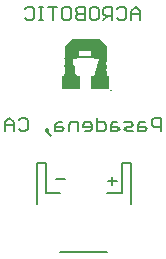
<source format=gbo>
G75*
%MOIN*%
%OFA0B0*%
%FSLAX24Y24*%
%IPPOS*%
%LPD*%
%AMOC8*
5,1,8,0,0,1.08239X$1,22.5*
%
%ADD10C,0.0050*%
%ADD11C,0.0080*%
%ADD12R,0.0539X0.0001*%
%ADD13R,0.0550X0.0001*%
%ADD14R,0.0556X0.0001*%
%ADD15R,0.0555X0.0001*%
%ADD16R,0.0561X0.0001*%
%ADD17R,0.0560X0.0001*%
%ADD18R,0.0564X0.0001*%
%ADD19R,0.0564X0.0001*%
%ADD20R,0.0568X0.0001*%
%ADD21R,0.0567X0.0001*%
%ADD22R,0.0570X0.0001*%
%ADD23R,0.0574X0.0001*%
%ADD24R,0.0576X0.0001*%
%ADD25R,0.0576X0.0001*%
%ADD26R,0.0578X0.0001*%
%ADD27R,0.0581X0.0001*%
%ADD28R,0.0580X0.0001*%
%ADD29R,0.0583X0.0001*%
%ADD30R,0.0582X0.0001*%
%ADD31R,0.0585X0.0001*%
%ADD32R,0.0586X0.0001*%
%ADD33R,0.0588X0.0001*%
%ADD34R,0.0590X0.0001*%
%ADD35R,0.0591X0.0001*%
%ADD36R,0.0593X0.0001*%
%ADD37R,0.0594X0.0001*%
%ADD38R,0.0596X0.0001*%
%ADD39R,0.0595X0.0001*%
%ADD40R,0.0597X0.0001*%
%ADD41R,0.0598X0.0001*%
%ADD42R,0.0598X0.0001*%
%ADD43R,0.0599X0.0001*%
%ADD44R,0.0601X0.0001*%
%ADD45R,0.0600X0.0001*%
%ADD46R,0.0601X0.0001*%
%ADD47R,0.0602X0.0001*%
%ADD48R,0.0602X0.0001*%
%ADD49R,0.0603X0.0001*%
%ADD50R,0.0604X0.0001*%
%ADD51R,0.0604X0.0001*%
%ADD52R,0.0605X0.0001*%
%ADD53R,0.0606X0.0001*%
%ADD54R,0.0606X0.0001*%
%ADD55R,0.0607X0.0001*%
%ADD56R,0.0607X0.0001*%
%ADD57R,0.0609X0.0001*%
%ADD58R,0.0608X0.0001*%
%ADD59R,0.0609X0.0001*%
%ADD60R,0.0610X0.0001*%
%ADD61R,0.0610X0.0001*%
%ADD62R,0.0610X0.0001*%
%ADD63R,0.0611X0.0001*%
%ADD64R,0.0611X0.0001*%
%ADD65R,0.0611X0.0001*%
%ADD66R,0.0612X0.0001*%
%ADD67R,0.0612X0.0001*%
%ADD68R,0.0613X0.0001*%
%ADD69R,0.0613X0.0001*%
%ADD70R,0.0611X0.0001*%
%ADD71R,0.0606X0.0001*%
%ADD72R,0.0610X0.0001*%
%ADD73R,0.0604X0.0001*%
%ADD74R,0.0603X0.0001*%
%ADD75R,0.0608X0.0001*%
%ADD76R,0.0602X0.0001*%
%ADD77R,0.0599X0.0001*%
%ADD78R,0.0606X0.0001*%
%ADD79R,0.0598X0.0001*%
%ADD80R,0.0604X0.0001*%
%ADD81R,0.0596X0.0001*%
%ADD82R,0.0594X0.0001*%
%ADD83R,0.0602X0.0001*%
%ADD84R,0.0594X0.0001*%
%ADD85R,0.0592X0.0001*%
%ADD86R,0.0600X0.0001*%
%ADD87R,0.0590X0.0001*%
%ADD88R,0.0589X0.0001*%
%ADD89R,0.0598X0.0001*%
%ADD90R,0.0587X0.0001*%
%ADD91R,0.0586X0.0001*%
%ADD92R,0.0595X0.0001*%
%ADD93R,0.0582X0.0001*%
%ADD94R,0.0579X0.0001*%
%ADD95R,0.0591X0.0001*%
%ADD96R,0.0577X0.0001*%
%ADD97R,0.0590X0.0001*%
%ADD98R,0.0574X0.0001*%
%ADD99R,0.0571X0.0001*%
%ADD100R,0.0569X0.0001*%
%ADD101R,0.0584X0.0001*%
%ADD102R,0.0566X0.0001*%
%ADD103R,0.0562X0.0001*%
%ADD104R,0.0581X0.0001*%
%ADD105R,0.0557X0.0001*%
%ADD106R,0.0552X0.0001*%
%ADD107R,0.0576X0.0001*%
%ADD108R,0.0544X0.0001*%
%ADD109R,0.0413X0.0001*%
%ADD110R,0.0570X0.0001*%
%ADD111R,0.0412X0.0001*%
%ADD112R,0.0412X0.0001*%
%ADD113R,0.0564X0.0001*%
%ADD114R,0.0555X0.0001*%
%ADD115R,0.0411X0.0001*%
%ADD116R,0.0411X0.0001*%
%ADD117R,0.0540X0.0001*%
%ADD118R,0.0383X0.0001*%
%ADD119R,0.0410X0.0001*%
%ADD120R,0.0410X0.0001*%
%ADD121R,0.0383X0.0001*%
%ADD122R,0.0382X0.0001*%
%ADD123R,0.0410X0.0001*%
%ADD124R,0.0409X0.0001*%
%ADD125R,0.0382X0.0001*%
%ADD126R,0.0409X0.0001*%
%ADD127R,0.0382X0.0001*%
%ADD128R,0.0408X0.0001*%
%ADD129R,0.0408X0.0001*%
%ADD130R,0.0381X0.0001*%
%ADD131R,0.0381X0.0001*%
%ADD132R,0.0407X0.0001*%
%ADD133R,0.0407X0.0001*%
%ADD134R,0.0380X0.0001*%
%ADD135R,0.0380X0.0001*%
%ADD136R,0.0406X0.0001*%
%ADD137R,0.0406X0.0001*%
%ADD138R,0.0379X0.0001*%
%ADD139R,0.0406X0.0001*%
%ADD140R,0.0406X0.0001*%
%ADD141R,0.0379X0.0001*%
%ADD142R,0.0405X0.0001*%
%ADD143R,0.0378X0.0001*%
%ADD144R,0.0404X0.0001*%
%ADD145R,0.0378X0.0001*%
%ADD146R,0.0404X0.0001*%
%ADD147R,0.0378X0.0001*%
%ADD148R,0.0403X0.0001*%
%ADD149R,0.0403X0.0001*%
%ADD150R,0.0377X0.0001*%
%ADD151R,0.0377X0.0001*%
%ADD152R,0.0402X0.0001*%
%ADD153R,0.0402X0.0001*%
%ADD154R,0.0376X0.0001*%
%ADD155R,0.0376X0.0001*%
%ADD156R,0.0402X0.0001*%
%ADD157R,0.0402X0.0001*%
%ADD158R,0.0375X0.0001*%
%ADD159R,0.0401X0.0001*%
%ADD160R,0.0375X0.0001*%
%ADD161R,0.0400X0.0001*%
%ADD162R,0.0400X0.0001*%
%ADD163R,0.0374X0.0001*%
%ADD164R,0.0399X0.0001*%
%ADD165R,0.0374X0.0001*%
%ADD166R,0.0399X0.0001*%
%ADD167R,0.0374X0.0001*%
%ADD168R,0.0398X0.0001*%
%ADD169R,0.0398X0.0001*%
%ADD170R,0.0374X0.0001*%
%ADD171R,0.0373X0.0001*%
%ADD172R,0.0398X0.0001*%
%ADD173R,0.0398X0.0001*%
%ADD174R,0.0372X0.0001*%
%ADD175R,0.0397X0.0001*%
%ADD176R,0.0372X0.0001*%
%ADD177R,0.0396X0.0001*%
%ADD178R,0.0371X0.0001*%
%ADD179R,0.0396X0.0001*%
%ADD180R,0.0371X0.0001*%
%ADD181R,0.0395X0.0001*%
%ADD182R,0.0370X0.0001*%
%ADD183R,0.0395X0.0001*%
%ADD184R,0.0370X0.0001*%
%ADD185R,0.0394X0.0001*%
%ADD186R,0.0394X0.0001*%
%ADD187R,0.0370X0.0001*%
%ADD188R,0.0394X0.0001*%
%ADD189R,0.0394X0.0001*%
%ADD190R,0.0370X0.0001*%
%ADD191R,0.0369X0.0001*%
%ADD192R,0.0393X0.0001*%
%ADD193R,0.0393X0.0001*%
%ADD194R,0.0369X0.0001*%
%ADD195R,0.0392X0.0001*%
%ADD196R,0.0368X0.0001*%
%ADD197R,0.0391X0.0001*%
%ADD198R,0.0367X0.0001*%
%ADD199R,0.0391X0.0001*%
%ADD200R,0.0367X0.0001*%
%ADD201R,0.0390X0.0001*%
%ADD202R,0.0390X0.0001*%
%ADD203R,0.0366X0.0001*%
%ADD204R,0.0366X0.0001*%
%ADD205R,0.0390X0.0001*%
%ADD206R,0.0390X0.0001*%
%ADD207R,0.0366X0.0001*%
%ADD208R,0.0366X0.0001*%
%ADD209R,0.0389X0.0001*%
%ADD210R,0.0389X0.0001*%
%ADD211R,0.0388X0.0001*%
%ADD212R,0.0365X0.0001*%
%ADD213R,0.0388X0.0001*%
%ADD214R,0.0365X0.0001*%
%ADD215R,0.0387X0.0001*%
%ADD216R,0.0364X0.0001*%
%ADD217R,0.0386X0.0001*%
%ADD218R,0.0364X0.0001*%
%ADD219R,0.0386X0.0001*%
%ADD220R,0.0363X0.0001*%
%ADD221R,0.0386X0.0001*%
%ADD222R,0.0386X0.0001*%
%ADD223R,0.0362X0.0001*%
%ADD224R,0.0362X0.0001*%
%ADD225R,0.0385X0.0001*%
%ADD226R,0.0385X0.0001*%
%ADD227R,0.0362X0.0001*%
%ADD228R,0.0384X0.0001*%
%ADD229R,0.0362X0.0001*%
%ADD230R,0.0384X0.0001*%
%ADD231R,0.0361X0.0001*%
%ADD232R,0.0361X0.0001*%
%ADD233R,0.0382X0.0001*%
%ADD234R,0.0360X0.0001*%
%ADD235R,0.0360X0.0001*%
%ADD236R,0.0359X0.0001*%
%ADD237R,0.0359X0.0001*%
%ADD238R,0.0358X0.0001*%
%ADD239R,0.0358X0.0001*%
%ADD240R,0.0379X0.0001*%
%ADD241R,0.0358X0.0001*%
%ADD242R,0.0357X0.0001*%
%ADD243R,0.0357X0.0001*%
%ADD244R,0.0378X0.0001*%
%ADD245R,0.0356X0.0001*%
%ADD246R,0.0356X0.0001*%
%ADD247R,0.0355X0.0001*%
%ADD248R,0.0376X0.0001*%
%ADD249R,0.0376X0.0001*%
%ADD250R,0.0355X0.0001*%
%ADD251R,0.0354X0.0001*%
%ADD252R,0.0354X0.0001*%
%ADD253R,0.0354X0.0001*%
%ADD254R,0.0353X0.0001*%
%ADD255R,0.0353X0.0001*%
%ADD256R,0.0373X0.0001*%
%ADD257R,0.0373X0.0001*%
%ADD258R,0.0352X0.0001*%
%ADD259R,0.0352X0.0001*%
%ADD260R,0.0351X0.0001*%
%ADD261R,0.0351X0.0001*%
%ADD262R,0.0350X0.0001*%
%ADD263R,0.0350X0.0001*%
%ADD264R,0.0370X0.0001*%
%ADD265R,0.0350X0.0001*%
%ADD266R,0.0350X0.0001*%
%ADD267R,0.0349X0.0001*%
%ADD268R,0.0368X0.0001*%
%ADD269R,0.0348X0.0001*%
%ADD270R,0.0348X0.0001*%
%ADD271R,0.0347X0.0001*%
%ADD272R,0.0347X0.0001*%
%ADD273R,0.0346X0.0001*%
%ADD274R,0.0346X0.0001*%
%ADD275R,0.0346X0.0001*%
%ADD276R,0.0346X0.0001*%
%ADD277R,0.0345X0.0001*%
%ADD278R,0.0363X0.0001*%
%ADD279R,0.0345X0.0001*%
%ADD280R,0.0344X0.0001*%
%ADD281R,0.0343X0.0001*%
%ADD282R,0.0343X0.0001*%
%ADD283R,0.0342X0.0001*%
%ADD284R,0.0342X0.0001*%
%ADD285R,0.0342X0.0001*%
%ADD286R,0.0342X0.0001*%
%ADD287R,0.0359X0.0001*%
%ADD288R,0.0359X0.0001*%
%ADD289R,0.0341X0.0001*%
%ADD290R,0.0358X0.0001*%
%ADD291R,0.0341X0.0001*%
%ADD292R,0.0340X0.0001*%
%ADD293R,0.0340X0.0001*%
%ADD294R,0.0339X0.0001*%
%ADD295R,0.0356X0.0001*%
%ADD296R,0.0338X0.0001*%
%ADD297R,0.0356X0.0001*%
%ADD298R,0.0338X0.0001*%
%ADD299R,0.0338X0.0001*%
%ADD300R,0.0338X0.0001*%
%ADD301R,0.0337X0.0001*%
%ADD302R,0.0337X0.0001*%
%ADD303R,0.0354X0.0001*%
%ADD304R,0.0353X0.0001*%
%ADD305R,0.0336X0.0001*%
%ADD306R,0.0353X0.0001*%
%ADD307R,0.0336X0.0001*%
%ADD308R,0.0335X0.0001*%
%ADD309R,0.0335X0.0001*%
%ADD310R,0.0334X0.0001*%
%ADD311R,0.0334X0.0001*%
%ADD312R,0.0334X0.0001*%
%ADD313R,0.0350X0.0001*%
%ADD314R,0.0350X0.0001*%
%ADD315R,0.0333X0.0001*%
%ADD316R,0.0333X0.0001*%
%ADD317R,0.0349X0.0001*%
%ADD318R,0.0332X0.0001*%
%ADD319R,0.0332X0.0001*%
%ADD320R,0.0331X0.0001*%
%ADD321R,0.0331X0.0001*%
%ADD322R,0.0330X0.0001*%
%ADD323R,0.0330X0.0001*%
%ADD324R,0.0330X0.0001*%
%ADD325R,0.0329X0.0001*%
%ADD326R,0.0329X0.0001*%
%ADD327R,0.0328X0.0001*%
%ADD328R,0.0328X0.0001*%
%ADD329R,0.0327X0.0001*%
%ADD330R,0.0327X0.0001*%
%ADD331R,0.0326X0.0001*%
%ADD332R,0.0326X0.0001*%
%ADD333R,0.0326X0.0001*%
%ADD334R,0.0326X0.0001*%
%ADD335R,0.0339X0.0001*%
%ADD336R,0.0325X0.0001*%
%ADD337R,0.0324X0.0001*%
%ADD338R,0.0324X0.0001*%
%ADD339R,0.0323X0.0001*%
%ADD340R,0.0323X0.0001*%
%ADD341R,0.0322X0.0001*%
%ADD342R,0.0322X0.0001*%
%ADD343R,0.0336X0.0001*%
%ADD344R,0.0336X0.0001*%
%ADD345R,0.0322X0.0001*%
%ADD346R,0.0334X0.0001*%
%ADD347R,0.0322X0.0001*%
%ADD348R,0.0321X0.0001*%
%ADD349R,0.0321X0.0001*%
%ADD350R,0.0320X0.0001*%
%ADD351R,0.0333X0.0001*%
%ADD352R,0.0333X0.0001*%
%ADD353R,0.0319X0.0001*%
%ADD354R,0.0319X0.0001*%
%ADD355R,0.0318X0.0001*%
%ADD356R,0.0318X0.0001*%
%ADD357R,0.0318X0.0001*%
%ADD358R,0.0318X0.0001*%
%ADD359R,0.0330X0.0001*%
%ADD360R,0.0330X0.0001*%
%ADD361R,0.0317X0.0001*%
%ADD362R,0.0317X0.0001*%
%ADD363R,0.0316X0.0001*%
%ADD364R,0.0316X0.0001*%
%ADD365R,0.0315X0.0001*%
%ADD366R,0.0314X0.0001*%
%ADD367R,0.0314X0.0001*%
%ADD368R,0.0314X0.0001*%
%ADD369R,0.0314X0.0001*%
%ADD370R,0.0325X0.0001*%
%ADD371R,0.0313X0.0001*%
%ADD372R,0.0313X0.0001*%
%ADD373R,0.0312X0.0001*%
%ADD374R,0.0312X0.0001*%
%ADD375R,0.0311X0.0001*%
%ADD376R,0.0311X0.0001*%
%ADD377R,0.0310X0.0001*%
%ADD378R,0.0310X0.0001*%
%ADD379R,0.0310X0.0001*%
%ADD380R,0.0320X0.0001*%
%ADD381R,0.0309X0.0001*%
%ADD382R,0.0309X0.0001*%
%ADD383R,0.0319X0.0001*%
%ADD384R,0.0319X0.0001*%
%ADD385R,0.0308X0.0001*%
%ADD386R,0.0308X0.0001*%
%ADD387R,0.0307X0.0001*%
%ADD388R,0.0307X0.0001*%
%ADD389R,0.0306X0.0001*%
%ADD390R,0.0316X0.0001*%
%ADD391R,0.0306X0.0001*%
%ADD392R,0.0316X0.0001*%
%ADD393R,0.0306X0.0001*%
%ADD394R,0.0315X0.0001*%
%ADD395R,0.0305X0.0001*%
%ADD396R,0.0305X0.0001*%
%ADD397R,0.0304X0.0001*%
%ADD398R,0.0304X0.0001*%
%ADD399R,0.0313X0.0001*%
%ADD400R,0.0303X0.0001*%
%ADD401R,0.0313X0.0001*%
%ADD402R,0.0303X0.0001*%
%ADD403R,0.0302X0.0001*%
%ADD404R,0.0302X0.0001*%
%ADD405R,0.0302X0.0001*%
%ADD406R,0.0310X0.0001*%
%ADD407R,0.0302X0.0001*%
%ADD408R,0.0301X0.0001*%
%ADD409R,0.0310X0.0001*%
%ADD410R,0.0300X0.0001*%
%ADD411R,0.0300X0.0001*%
%ADD412R,0.0299X0.0001*%
%ADD413R,0.0299X0.0001*%
%ADD414R,0.0298X0.0001*%
%ADD415R,0.0298X0.0001*%
%ADD416R,0.0298X0.0001*%
%ADD417R,0.0306X0.0001*%
%ADD418R,0.0298X0.0001*%
%ADD419R,0.0297X0.0001*%
%ADD420R,0.0297X0.0001*%
%ADD421R,0.0296X0.0001*%
%ADD422R,0.0295X0.0001*%
%ADD423R,0.0295X0.0001*%
%ADD424R,0.0294X0.0001*%
%ADD425R,0.0294X0.0001*%
%ADD426R,0.0294X0.0001*%
%ADD427R,0.0294X0.0001*%
%ADD428R,0.0301X0.0001*%
%ADD429R,0.0293X0.0001*%
%ADD430R,0.0299X0.0001*%
%ADD431R,0.0293X0.0001*%
%ADD432R,0.0299X0.0001*%
%ADD433R,0.0292X0.0001*%
%ADD434R,0.0292X0.0001*%
%ADD435R,0.0291X0.0001*%
%ADD436R,0.0290X0.0001*%
%ADD437R,0.0290X0.0001*%
%ADD438R,0.0290X0.0001*%
%ADD439R,0.0296X0.0001*%
%ADD440R,0.0290X0.0001*%
%ADD441R,0.0289X0.0001*%
%ADD442R,0.0289X0.0001*%
%ADD443R,0.0288X0.0001*%
%ADD444R,0.0288X0.0001*%
%ADD445R,0.0287X0.0001*%
%ADD446R,0.0293X0.0001*%
%ADD447R,0.0293X0.0001*%
%ADD448R,0.0287X0.0001*%
%ADD449R,0.0286X0.0001*%
%ADD450R,0.0291X0.0001*%
%ADD451R,0.0286X0.0001*%
%ADD452R,0.0286X0.0001*%
%ADD453R,0.0285X0.0001*%
%ADD454R,0.0285X0.0001*%
%ADD455R,0.0290X0.0001*%
%ADD456R,0.0290X0.0001*%
%ADD457R,0.0284X0.0001*%
%ADD458R,0.0284X0.0001*%
%ADD459R,0.0283X0.0001*%
%ADD460R,0.0283X0.0001*%
%ADD461R,0.0282X0.0001*%
%ADD462R,0.0286X0.0001*%
%ADD463R,0.0282X0.0001*%
%ADD464R,0.0282X0.0001*%
%ADD465R,0.0281X0.0001*%
%ADD466R,0.0281X0.0001*%
%ADD467R,0.0280X0.0001*%
%ADD468R,0.0280X0.0001*%
%ADD469R,0.0279X0.0001*%
%ADD470R,0.0279X0.0001*%
%ADD471R,0.0278X0.0001*%
%ADD472R,0.0282X0.0001*%
%ADD473R,0.0278X0.0001*%
%ADD474R,0.0278X0.0001*%
%ADD475R,0.0278X0.0001*%
%ADD476R,0.0277X0.0001*%
%ADD477R,0.0276X0.0001*%
%ADD478R,0.0279X0.0001*%
%ADD479R,0.0276X0.0001*%
%ADD480R,0.0275X0.0001*%
%ADD481R,0.0275X0.0001*%
%ADD482R,0.0274X0.0001*%
%ADD483R,0.0274X0.0001*%
%ADD484R,0.0277X0.0001*%
%ADD485R,0.0274X0.0001*%
%ADD486R,0.0276X0.0001*%
%ADD487R,0.0276X0.0001*%
%ADD488R,0.0274X0.0001*%
%ADD489R,0.0273X0.0001*%
%ADD490R,0.0273X0.0001*%
%ADD491R,0.0272X0.0001*%
%ADD492R,0.0271X0.0001*%
%ADD493R,0.0271X0.0001*%
%ADD494R,0.0273X0.0001*%
%ADD495R,0.0273X0.0001*%
%ADD496R,0.0270X0.0001*%
%ADD497R,0.0270X0.0001*%
%ADD498R,0.0272X0.0001*%
%ADD499R,0.0270X0.0001*%
%ADD500R,0.0270X0.0001*%
%ADD501R,0.0269X0.0001*%
%ADD502R,0.0269X0.0001*%
%ADD503R,0.0270X0.0001*%
%ADD504R,0.0268X0.0001*%
%ADD505R,0.0268X0.0001*%
%ADD506R,0.0267X0.0001*%
%ADD507R,0.0266X0.0001*%
%ADD508R,0.0266X0.0001*%
%ADD509R,0.0267X0.0001*%
%ADD510R,0.0266X0.0001*%
%ADD511R,0.0266X0.0001*%
%ADD512R,0.0265X0.0001*%
%ADD513R,0.0265X0.0001*%
%ADD514R,0.0264X0.0001*%
%ADD515R,0.0264X0.0001*%
%ADD516R,0.0263X0.0001*%
%ADD517R,0.0263X0.0001*%
%ADD518R,0.0262X0.0001*%
%ADD519R,0.0262X0.0001*%
%ADD520R,0.0262X0.0001*%
%ADD521R,0.0262X0.0001*%
%ADD522R,0.0261X0.0001*%
%ADD523R,0.0261X0.0001*%
%ADD524R,0.0260X0.0001*%
%ADD525R,0.0260X0.0001*%
%ADD526R,0.0259X0.0001*%
%ADD527R,0.0259X0.0001*%
%ADD528R,0.0259X0.0001*%
%ADD529R,0.0258X0.0001*%
%ADD530R,0.0258X0.0001*%
%ADD531R,0.0259X0.0001*%
%ADD532R,0.0258X0.0001*%
%ADD533R,0.0258X0.0001*%
%ADD534R,0.0257X0.0001*%
%ADD535R,0.0256X0.0001*%
%ADD536R,0.0257X0.0001*%
%ADD537R,0.0256X0.0001*%
%ADD538R,0.0255X0.0001*%
%ADD539R,0.0255X0.0001*%
%ADD540R,0.0256X0.0001*%
%ADD541R,0.0256X0.0001*%
%ADD542R,0.0254X0.0001*%
%ADD543R,0.0254X0.0001*%
%ADD544R,0.0254X0.0001*%
%ADD545R,0.0254X0.0001*%
%ADD546R,0.0253X0.0001*%
%ADD547R,0.0253X0.0001*%
%ADD548R,0.0252X0.0001*%
%ADD549R,0.0251X0.0001*%
%ADD550R,0.0251X0.0001*%
%ADD551R,0.0253X0.0001*%
%ADD552R,0.0250X0.0001*%
%ADD553R,0.0250X0.0001*%
%ADD554R,0.0252X0.0001*%
%ADD555R,0.0250X0.0001*%
%ADD556R,0.0250X0.0001*%
%ADD557R,0.0249X0.0001*%
%ADD558R,0.0249X0.0001*%
%ADD559R,0.0248X0.0001*%
%ADD560R,0.0247X0.0001*%
%ADD561R,0.0247X0.0001*%
%ADD562R,0.0250X0.0001*%
%ADD563R,0.0246X0.0001*%
%ADD564R,0.0246X0.0001*%
%ADD565R,0.0250X0.0001*%
%ADD566R,0.0246X0.0001*%
%ADD567R,0.0246X0.0001*%
%ADD568R,0.0245X0.0001*%
%ADD569R,0.0245X0.0001*%
%ADD570R,0.0244X0.0001*%
%ADD571R,0.0243X0.0001*%
%ADD572R,0.0243X0.0001*%
%ADD573R,0.0242X0.0001*%
%ADD574R,0.0242X0.0001*%
%ADD575R,0.0242X0.0001*%
%ADD576R,0.0242X0.0001*%
%ADD577R,0.0241X0.0001*%
%ADD578R,0.0241X0.0001*%
%ADD579R,0.0240X0.0001*%
%ADD580R,0.0240X0.0001*%
%ADD581R,0.0244X0.0001*%
%ADD582R,0.0239X0.0001*%
%ADD583R,0.0238X0.0001*%
%ADD584R,0.0238X0.0001*%
%ADD585R,0.0238X0.0001*%
%ADD586R,0.0238X0.0001*%
%ADD587R,0.0237X0.0001*%
%ADD588R,0.0237X0.0001*%
%ADD589R,0.0415X0.0001*%
%ADD590R,0.0415X0.0001*%
%ADD591R,0.1389X0.0001*%
%ADD592R,0.1389X0.0001*%
%ADD593R,0.0514X0.0001*%
%ADD594R,0.0489X0.0001*%
%ADD595R,0.0514X0.0001*%
%ADD596R,0.0489X0.0001*%
%ADD597R,0.1388X0.0001*%
%ADD598R,0.1388X0.0001*%
%ADD599R,0.1387X0.0001*%
%ADD600R,0.1387X0.0001*%
%ADD601R,0.1386X0.0001*%
%ADD602R,0.1386X0.0001*%
%ADD603R,0.1386X0.0001*%
%ADD604R,0.1385X0.0001*%
%ADD605R,0.1384X0.0001*%
%ADD606R,0.1384X0.0001*%
%ADD607R,0.1383X0.0001*%
%ADD608R,0.1383X0.0001*%
%ADD609R,0.1382X0.0001*%
%ADD610R,0.1382X0.0001*%
%ADD611R,0.1382X0.0001*%
%ADD612R,0.1381X0.0001*%
%ADD613R,0.1381X0.0001*%
%ADD614R,0.1380X0.0001*%
%ADD615R,0.1379X0.0001*%
%ADD616R,0.1379X0.0001*%
%ADD617R,0.1378X0.0001*%
%ADD618R,0.1378X0.0001*%
%ADD619R,0.1378X0.0001*%
%ADD620R,0.1376X0.0001*%
%ADD621R,0.1376X0.0001*%
%ADD622R,0.1374X0.0001*%
%ADD623R,0.1374X0.0001*%
%ADD624R,0.1373X0.0001*%
%ADD625R,0.1373X0.0001*%
%ADD626R,0.1371X0.0001*%
%ADD627R,0.1371X0.0001*%
%ADD628R,0.1370X0.0001*%
%ADD629R,0.1370X0.0001*%
%ADD630R,0.1369X0.0001*%
%ADD631R,0.1368X0.0001*%
%ADD632R,0.1368X0.0001*%
%ADD633R,0.1367X0.0001*%
%ADD634R,0.1366X0.0001*%
%ADD635R,0.1366X0.0001*%
%ADD636R,0.1365X0.0001*%
%ADD637R,0.1364X0.0001*%
%ADD638R,0.1363X0.0001*%
%ADD639R,0.1363X0.0001*%
%ADD640R,0.1362X0.0001*%
%ADD641R,0.1362X0.0001*%
%ADD642R,0.1362X0.0001*%
%ADD643R,0.1361X0.0001*%
%ADD644R,0.1360X0.0001*%
%ADD645R,0.1359X0.0001*%
%ADD646R,0.1358X0.0001*%
%ADD647R,0.1358X0.0001*%
%ADD648R,0.1358X0.0001*%
%ADD649R,0.1357X0.0001*%
%ADD650R,0.1357X0.0001*%
%ADD651R,0.1356X0.0001*%
%ADD652R,0.1355X0.0001*%
%ADD653R,0.1354X0.0001*%
%ADD654R,0.1354X0.0001*%
%ADD655R,0.1354X0.0001*%
%ADD656R,0.1353X0.0001*%
%ADD657R,0.1352X0.0001*%
%ADD658R,0.1351X0.0001*%
%ADD659R,0.1350X0.0001*%
%ADD660R,0.1348X0.0001*%
%ADD661R,0.1346X0.0001*%
%ADD662R,0.1344X0.0001*%
%ADD663R,0.1342X0.0001*%
%ADD664R,0.1341X0.0001*%
%ADD665R,0.1339X0.0001*%
%ADD666R,0.1338X0.0001*%
%ADD667R,0.1336X0.0001*%
%ADD668R,0.1334X0.0001*%
%ADD669R,0.1333X0.0001*%
%ADD670R,0.1331X0.0001*%
%ADD671R,0.1330X0.0001*%
%ADD672R,0.1328X0.0001*%
%ADD673R,0.1326X0.0001*%
%ADD674R,0.1325X0.0001*%
%ADD675R,0.1323X0.0001*%
%ADD676R,0.1322X0.0001*%
%ADD677R,0.1320X0.0001*%
%ADD678R,0.1318X0.0001*%
%ADD679R,0.1317X0.0001*%
%ADD680R,0.1315X0.0001*%
%ADD681R,0.1314X0.0001*%
%ADD682R,0.1312X0.0001*%
%ADD683R,0.1310X0.0001*%
%ADD684R,0.1309X0.0001*%
%ADD685R,0.1307X0.0001*%
%ADD686R,0.1306X0.0001*%
%ADD687R,0.1304X0.0001*%
%ADD688R,0.1302X0.0001*%
%ADD689R,0.1301X0.0001*%
%ADD690R,0.1299X0.0001*%
%ADD691R,0.1298X0.0001*%
%ADD692R,0.1296X0.0001*%
%ADD693R,0.1294X0.0001*%
%ADD694R,0.1292X0.0001*%
%ADD695R,0.1290X0.0001*%
%ADD696R,0.1289X0.0001*%
%ADD697R,0.1287X0.0001*%
%ADD698R,0.1286X0.0001*%
%ADD699R,0.1284X0.0001*%
%ADD700R,0.1282X0.0001*%
%ADD701R,0.1281X0.0001*%
%ADD702R,0.1279X0.0001*%
%ADD703R,0.1278X0.0001*%
%ADD704R,0.1276X0.0001*%
%ADD705R,0.1274X0.0001*%
%ADD706R,0.1273X0.0001*%
%ADD707R,0.1271X0.0001*%
%ADD708R,0.1270X0.0001*%
%ADD709R,0.1268X0.0001*%
%ADD710R,0.1266X0.0001*%
%ADD711R,0.1264X0.0001*%
%ADD712R,0.1262X0.0001*%
%ADD713R,0.1261X0.0001*%
%ADD714R,0.1259X0.0001*%
%ADD715R,0.1258X0.0001*%
%ADD716R,0.1256X0.0001*%
%ADD717R,0.1254X0.0001*%
%ADD718R,0.1253X0.0001*%
%ADD719R,0.1251X0.0001*%
%ADD720R,0.1250X0.0001*%
%ADD721R,0.1248X0.0001*%
%ADD722R,0.1246X0.0001*%
%ADD723R,0.1245X0.0001*%
%ADD724R,0.1243X0.0001*%
%ADD725R,0.1242X0.0001*%
%ADD726R,0.1240X0.0001*%
%ADD727R,0.1238X0.0001*%
%ADD728R,0.1237X0.0001*%
%ADD729R,0.1235X0.0001*%
%ADD730R,0.1234X0.0001*%
%ADD731R,0.1232X0.0001*%
%ADD732R,0.1230X0.0001*%
%ADD733R,0.1229X0.0001*%
%ADD734R,0.1227X0.0001*%
%ADD735R,0.1226X0.0001*%
%ADD736R,0.1224X0.0001*%
%ADD737R,0.1222X0.0001*%
%ADD738R,0.1221X0.0001*%
%ADD739R,0.1219X0.0001*%
%ADD740R,0.1218X0.0001*%
%ADD741R,0.1216X0.0001*%
%ADD742R,0.1214X0.0001*%
%ADD743R,0.1212X0.0001*%
%ADD744R,0.1210X0.0001*%
%ADD745R,0.1209X0.0001*%
%ADD746R,0.1207X0.0001*%
%ADD747R,0.1206X0.0001*%
%ADD748R,0.1204X0.0001*%
%ADD749R,0.1202X0.0001*%
%ADD750R,0.1201X0.0001*%
%ADD751R,0.1199X0.0001*%
%ADD752R,0.1198X0.0001*%
%ADD753R,0.1196X0.0001*%
%ADD754R,0.1194X0.0001*%
%ADD755R,0.1193X0.0001*%
%ADD756R,0.1191X0.0001*%
%ADD757R,0.1190X0.0001*%
%ADD758R,0.1188X0.0001*%
%ADD759R,0.1186X0.0001*%
%ADD760R,0.1184X0.0001*%
%ADD761R,0.1182X0.0001*%
%ADD762R,0.1181X0.0001*%
%ADD763R,0.1179X0.0001*%
%ADD764R,0.1178X0.0001*%
%ADD765R,0.1176X0.0001*%
%ADD766R,0.1174X0.0001*%
%ADD767R,0.1173X0.0001*%
%ADD768R,0.1171X0.0001*%
%ADD769R,0.1170X0.0001*%
%ADD770R,0.1168X0.0001*%
%ADD771R,0.1166X0.0001*%
%ADD772R,0.1165X0.0001*%
%ADD773R,0.1163X0.0001*%
%ADD774R,0.1162X0.0001*%
%ADD775R,0.1160X0.0001*%
%ADD776R,0.1158X0.0001*%
%ADD777R,0.1157X0.0001*%
%ADD778R,0.1155X0.0001*%
%ADD779R,0.1154X0.0001*%
%ADD780R,0.1152X0.0001*%
%ADD781R,0.1150X0.0001*%
%ADD782R,0.1149X0.0001*%
%ADD783R,0.1147X0.0001*%
%ADD784R,0.1146X0.0001*%
%ADD785R,0.1144X0.0001*%
%ADD786R,0.1142X0.0001*%
%ADD787R,0.1141X0.0001*%
%ADD788R,0.1139X0.0001*%
%ADD789R,0.1138X0.0001*%
%ADD790R,0.1136X0.0001*%
%ADD791R,0.1134X0.0001*%
%ADD792R,0.1132X0.0001*%
%ADD793R,0.1130X0.0001*%
%ADD794R,0.1129X0.0001*%
%ADD795R,0.1127X0.0001*%
%ADD796R,0.1126X0.0001*%
%ADD797R,0.1124X0.0001*%
%ADD798R,0.1122X0.0001*%
%ADD799R,0.1121X0.0001*%
%ADD800R,0.1119X0.0001*%
%ADD801R,0.1118X0.0001*%
%ADD802R,0.1116X0.0001*%
%ADD803R,0.1114X0.0001*%
%ADD804R,0.1113X0.0001*%
%ADD805R,0.1111X0.0001*%
%ADD806R,0.1110X0.0001*%
%ADD807R,0.1107X0.0001*%
%ADD808R,0.1106X0.0001*%
%ADD809R,0.1104X0.0001*%
%ADD810R,0.1102X0.0001*%
%ADD811R,0.1101X0.0001*%
%ADD812R,0.1099X0.0001*%
%ADD813R,0.1098X0.0001*%
%ADD814R,0.1096X0.0001*%
%ADD815R,0.1094X0.0001*%
%ADD816R,0.1093X0.0001*%
%ADD817R,0.1091X0.0001*%
%ADD818R,0.1090X0.0001*%
%ADD819R,0.1088X0.0001*%
%ADD820R,0.1086X0.0001*%
%ADD821R,0.1085X0.0001*%
%ADD822R,0.1083X0.0001*%
%ADD823R,0.1082X0.0001*%
%ADD824R,0.1080X0.0001*%
%ADD825R,0.1078X0.0001*%
%ADD826R,0.1077X0.0001*%
%ADD827R,0.1075X0.0001*%
%ADD828R,0.1074X0.0001*%
%ADD829R,0.1072X0.0001*%
%ADD830R,0.1070X0.0001*%
%ADD831R,0.1069X0.0001*%
%ADD832R,0.1067X0.0001*%
%ADD833R,0.1066X0.0001*%
%ADD834R,0.1064X0.0001*%
%ADD835R,0.1062X0.0001*%
%ADD836R,0.1061X0.0001*%
%ADD837R,0.1059X0.0001*%
%ADD838R,0.1058X0.0001*%
%ADD839R,0.1056X0.0001*%
%ADD840R,0.1054X0.0001*%
%ADD841R,0.1052X0.0001*%
%ADD842R,0.1050X0.0001*%
%ADD843R,0.1049X0.0001*%
%ADD844R,0.1047X0.0001*%
%ADD845R,0.1046X0.0001*%
%ADD846R,0.1044X0.0001*%
%ADD847R,0.1042X0.0001*%
%ADD848R,0.1041X0.0001*%
%ADD849R,0.1039X0.0001*%
%ADD850R,0.1038X0.0001*%
%ADD851R,0.1036X0.0001*%
%ADD852R,0.1034X0.0001*%
%ADD853R,0.1033X0.0001*%
%ADD854R,0.1031X0.0001*%
%ADD855R,0.1030X0.0001*%
%ADD856R,0.1027X0.0001*%
%ADD857R,0.1026X0.0001*%
%ADD858R,0.1024X0.0001*%
%ADD859R,0.1022X0.0001*%
%ADD860R,0.1021X0.0001*%
%ADD861R,0.1019X0.0001*%
%ADD862R,0.1018X0.0001*%
%ADD863R,0.1016X0.0001*%
%ADD864R,0.1014X0.0001*%
%ADD865R,0.1013X0.0001*%
%ADD866R,0.1011X0.0001*%
%ADD867R,0.1010X0.0001*%
%ADD868R,0.1008X0.0001*%
%ADD869R,0.1006X0.0001*%
%ADD870R,0.1005X0.0001*%
%ADD871R,0.1003X0.0001*%
%ADD872R,0.1002X0.0001*%
%ADD873R,0.1000X0.0001*%
%ADD874R,0.0998X0.0001*%
%ADD875R,0.0997X0.0001*%
%ADD876R,0.0995X0.0001*%
%ADD877R,0.0994X0.0001*%
%ADD878R,0.0992X0.0001*%
%ADD879R,0.0990X0.0001*%
%ADD880R,0.0989X0.0001*%
%ADD881R,0.0987X0.0001*%
%ADD882R,0.0986X0.0001*%
%ADD883R,0.0984X0.0001*%
%ADD884R,0.0982X0.0001*%
%ADD885R,0.0981X0.0001*%
%ADD886R,0.0979X0.0001*%
%ADD887R,0.0978X0.0001*%
%ADD888R,0.0976X0.0001*%
%ADD889R,0.0974X0.0001*%
%ADD890R,0.0972X0.0001*%
%ADD891R,0.0970X0.0001*%
%ADD892R,0.0969X0.0001*%
%ADD893R,0.0967X0.0001*%
%ADD894R,0.0966X0.0001*%
%ADD895R,0.0964X0.0001*%
%ADD896R,0.0962X0.0001*%
%ADD897R,0.0961X0.0001*%
%ADD898R,0.0959X0.0001*%
%ADD899R,0.0958X0.0001*%
%ADD900R,0.0956X0.0001*%
%ADD901R,0.0954X0.0001*%
%ADD902R,0.0953X0.0001*%
%ADD903R,0.0951X0.0001*%
%ADD904R,0.0950X0.0001*%
%ADD905R,0.0947X0.0001*%
%ADD906R,0.0946X0.0001*%
%ADD907R,0.0944X0.0001*%
%ADD908R,0.0942X0.0001*%
%ADD909R,0.0941X0.0001*%
%ADD910R,0.0939X0.0001*%
%ADD911R,0.0938X0.0001*%
%ADD912R,0.0936X0.0001*%
%ADD913R,0.0934X0.0001*%
%ADD914R,0.0933X0.0001*%
%ADD915R,0.0931X0.0001*%
%ADD916R,0.0930X0.0001*%
%ADD917R,0.0928X0.0001*%
%ADD918R,0.0926X0.0001*%
%ADD919R,0.0925X0.0001*%
%ADD920R,0.0923X0.0001*%
%ADD921R,0.0922X0.0001*%
%ADD922R,0.0920X0.0001*%
%ADD923R,0.0918X0.0001*%
%ADD924R,0.0917X0.0001*%
%ADD925R,0.0914X0.0001*%
%ADD926R,0.0909X0.0001*%
%ADD927R,0.0905X0.0001*%
%ADD928R,0.0901X0.0001*%
%ADD929R,0.0896X0.0001*%
%ADD930R,0.0891X0.0001*%
%ADD931R,0.0886X0.0001*%
%ADD932R,0.0882X0.0001*%
%ADD933R,0.0876X0.0001*%
%ADD934R,0.0871X0.0001*%
%ADD935R,0.0866X0.0001*%
%ADD936R,0.0860X0.0001*%
%ADD937R,0.0854X0.0001*%
%ADD938R,0.0848X0.0001*%
%ADD939R,0.0842X0.0001*%
%ADD940R,0.0835X0.0001*%
%ADD941R,0.0829X0.0001*%
%ADD942R,0.0821X0.0001*%
%ADD943R,0.0813X0.0001*%
%ADD944R,0.0804X0.0001*%
%ADD945R,0.0794X0.0001*%
%ADD946R,0.0782X0.0001*%
%ADD947R,0.0763X0.0001*%
%ADD948C,0.0000*%
D10*
X003052Y004575D02*
X003052Y004875D01*
X003202Y005025D01*
X003353Y004875D01*
X003353Y004575D01*
X003513Y004650D02*
X003588Y004575D01*
X003738Y004575D01*
X003813Y004650D01*
X003813Y004950D01*
X003738Y005025D01*
X003588Y005025D01*
X003513Y004950D01*
X003353Y004800D02*
X003052Y004800D01*
X004430Y004650D02*
X004430Y004575D01*
X004505Y004575D01*
X004505Y004650D01*
X004430Y004650D01*
X004430Y004575D02*
X004580Y004425D01*
X004740Y004575D02*
X004966Y004575D01*
X005041Y004650D01*
X004966Y004725D01*
X004740Y004725D01*
X004740Y004800D02*
X004740Y004575D01*
X004740Y004800D02*
X004816Y004875D01*
X004966Y004875D01*
X005201Y004800D02*
X005201Y004575D01*
X005201Y004800D02*
X005276Y004875D01*
X005501Y004875D01*
X005501Y004575D01*
X005661Y004725D02*
X005962Y004725D01*
X005962Y004650D02*
X005962Y004800D01*
X005886Y004875D01*
X005736Y004875D01*
X005661Y004800D01*
X005661Y004725D01*
X005736Y004575D02*
X005886Y004575D01*
X005962Y004650D01*
X006122Y004575D02*
X006347Y004575D01*
X006422Y004650D01*
X006422Y004800D01*
X006347Y004875D01*
X006122Y004875D01*
X006122Y005025D02*
X006122Y004575D01*
X006582Y004575D02*
X006807Y004575D01*
X006882Y004650D01*
X006807Y004725D01*
X006582Y004725D01*
X006582Y004800D02*
X006582Y004575D01*
X006582Y004800D02*
X006657Y004875D01*
X006807Y004875D01*
X007042Y004875D02*
X007268Y004875D01*
X007343Y004800D01*
X007268Y004725D01*
X007118Y004725D01*
X007042Y004650D01*
X007118Y004575D01*
X007343Y004575D01*
X007503Y004575D02*
X007728Y004575D01*
X007803Y004650D01*
X007728Y004725D01*
X007503Y004725D01*
X007503Y004800D02*
X007503Y004575D01*
X007503Y004800D02*
X007578Y004875D01*
X007728Y004875D01*
X007963Y004800D02*
X008038Y004725D01*
X008263Y004725D01*
X008263Y004575D02*
X008263Y005025D01*
X008038Y005025D01*
X007963Y004950D01*
X007963Y004800D01*
X007563Y008275D02*
X007563Y008575D01*
X007413Y008725D01*
X007263Y008575D01*
X007263Y008275D01*
X007103Y008350D02*
X007028Y008275D01*
X006878Y008275D01*
X006803Y008350D01*
X006643Y008275D02*
X006643Y008725D01*
X006418Y008725D01*
X006342Y008650D01*
X006342Y008500D01*
X006418Y008425D01*
X006643Y008425D01*
X006493Y008425D02*
X006342Y008275D01*
X006182Y008350D02*
X006107Y008275D01*
X005957Y008275D01*
X005882Y008350D01*
X005882Y008650D01*
X005957Y008725D01*
X006107Y008725D01*
X006182Y008650D01*
X006182Y008350D01*
X005722Y008275D02*
X005722Y008725D01*
X005497Y008725D01*
X005422Y008650D01*
X005422Y008575D01*
X005497Y008500D01*
X005722Y008500D01*
X005722Y008275D02*
X005497Y008275D01*
X005422Y008350D01*
X005422Y008425D01*
X005497Y008500D01*
X005262Y008350D02*
X005186Y008275D01*
X005036Y008275D01*
X004961Y008350D01*
X004961Y008650D01*
X005036Y008725D01*
X005186Y008725D01*
X005262Y008650D01*
X005262Y008350D01*
X004801Y008725D02*
X004501Y008725D01*
X004651Y008725D02*
X004651Y008275D01*
X004341Y008275D02*
X004191Y008275D01*
X004266Y008275D02*
X004266Y008725D01*
X004341Y008725D02*
X004191Y008725D01*
X004034Y008650D02*
X004034Y008350D01*
X003959Y008275D01*
X003809Y008275D01*
X003734Y008350D01*
X003734Y008650D02*
X003809Y008725D01*
X003959Y008725D01*
X004034Y008650D01*
X006803Y008650D02*
X006878Y008725D01*
X007028Y008725D01*
X007103Y008650D01*
X007103Y008350D01*
X007263Y008500D02*
X007563Y008500D01*
D11*
X004114Y003522D02*
X004114Y002144D01*
X004429Y002537D02*
X004901Y002537D01*
X004768Y003000D02*
X005048Y003000D01*
X004429Y002537D02*
X004429Y003522D01*
X004114Y003522D01*
X006476Y002537D02*
X006948Y002537D01*
X006948Y003522D01*
X007263Y003522D01*
X007263Y002144D01*
X006639Y002790D02*
X006639Y003070D01*
X006779Y002930D02*
X006499Y002930D01*
X006476Y000569D02*
X004901Y000569D01*
D12*
X005255Y005990D03*
X006242Y005990D03*
D13*
X006242Y005991D03*
X005256Y005991D03*
X005256Y006394D03*
D14*
X006242Y005992D03*
D15*
X005255Y005992D03*
D16*
X006242Y005992D03*
D17*
X005255Y005992D03*
X005255Y006392D03*
D18*
X006242Y005993D03*
D19*
X005256Y005993D03*
D20*
X006242Y005994D03*
D21*
X005256Y005994D03*
X005256Y006391D03*
D22*
X005256Y005995D03*
X006242Y005995D03*
D23*
X006242Y005996D03*
X005256Y005996D03*
X005256Y006389D03*
D24*
X006242Y005996D03*
D25*
X005255Y005996D03*
D26*
X005256Y005997D03*
X005256Y006388D03*
X006242Y005997D03*
D27*
X006242Y005998D03*
D28*
X005256Y005998D03*
D29*
X006242Y005999D03*
X006242Y006380D03*
D30*
X005255Y006386D03*
X005255Y005999D03*
D31*
X005256Y006000D03*
X006242Y006000D03*
D32*
X006242Y006000D03*
X005256Y006000D03*
X005256Y006384D03*
D33*
X005256Y006384D03*
X005256Y006001D03*
X006242Y006001D03*
D34*
X006242Y006002D03*
X005256Y006002D03*
D35*
X005256Y006003D03*
X006242Y006003D03*
D36*
X006242Y006004D03*
X005256Y006004D03*
X005256Y006381D03*
D37*
X005256Y006004D03*
X006242Y006004D03*
D38*
X006242Y006005D03*
D39*
X005255Y006005D03*
D40*
X005255Y006006D03*
X005255Y006379D03*
X006242Y006006D03*
D41*
X006242Y006007D03*
X006242Y006372D03*
D42*
X005256Y006007D03*
D43*
X005256Y006008D03*
X005256Y006377D03*
X006242Y006008D03*
D44*
X006242Y006008D03*
D45*
X005255Y006008D03*
D46*
X005256Y006009D03*
X005256Y006376D03*
X006242Y006371D03*
X006242Y006009D03*
D47*
X006242Y006010D03*
X006242Y006369D03*
D48*
X005256Y006374D03*
X005256Y006011D03*
X005256Y006010D03*
D49*
X006242Y006011D03*
D50*
X006242Y006012D03*
D51*
X005256Y006012D03*
D52*
X005255Y006012D03*
X005255Y006372D03*
X006242Y006367D03*
X006242Y006012D03*
D53*
X006242Y006013D03*
X006242Y006366D03*
X005256Y006371D03*
X005256Y006014D03*
X005256Y006013D03*
D54*
X006242Y006014D03*
D55*
X006242Y006015D03*
X005256Y006015D03*
D56*
X005256Y006016D03*
X005256Y006369D03*
X005256Y006370D03*
X006242Y006364D03*
X006242Y006016D03*
D57*
X006242Y006016D03*
X006242Y006017D03*
X006242Y006363D03*
X005256Y006367D03*
X005256Y006368D03*
X005256Y006017D03*
D58*
X005255Y006016D03*
X006242Y006364D03*
D59*
X006242Y006362D03*
X006242Y006018D03*
X005256Y006018D03*
D60*
X006242Y006019D03*
X006242Y006361D03*
D61*
X005255Y006366D03*
X005255Y006019D03*
D62*
X005256Y006020D03*
X005256Y006020D03*
X005256Y006021D03*
X005256Y006364D03*
X005256Y006364D03*
X006242Y006360D03*
X006242Y006360D03*
X006242Y006359D03*
X006242Y006020D03*
X006242Y006020D03*
D63*
X006242Y006021D03*
D64*
X006242Y006022D03*
X006242Y006358D03*
D65*
X005255Y006022D03*
D66*
X005256Y006023D03*
X005256Y006024D03*
X005256Y006024D03*
X005256Y006026D03*
X005256Y006359D03*
X005256Y006360D03*
X005256Y006360D03*
X005256Y006361D03*
X006242Y006357D03*
X006242Y006356D03*
X006242Y006356D03*
X006242Y006354D03*
X006242Y006024D03*
X006242Y006024D03*
X006242Y006023D03*
D67*
X006242Y006025D03*
X006242Y006355D03*
X005256Y006362D03*
X005256Y006025D03*
D68*
X005255Y006027D03*
X005255Y006028D03*
X005255Y006029D03*
X005255Y006030D03*
X005255Y006031D03*
X005255Y006032D03*
X005255Y006033D03*
X005255Y006034D03*
X005255Y006036D03*
X005255Y006036D03*
X005255Y006037D03*
X005255Y006039D03*
X005255Y006040D03*
X005255Y006040D03*
X005255Y006041D03*
X005255Y006043D03*
X005255Y006044D03*
X005255Y006044D03*
X005255Y006046D03*
X005255Y006047D03*
X005255Y006048D03*
X005255Y006049D03*
X005255Y006050D03*
X005255Y006051D03*
X005255Y006052D03*
X005255Y006053D03*
X005255Y006054D03*
X005255Y006056D03*
X005255Y006056D03*
X005255Y006057D03*
X005255Y006059D03*
X005255Y006060D03*
X005255Y006060D03*
X005255Y006061D03*
X005255Y006063D03*
X005255Y006064D03*
X005255Y006064D03*
X005255Y006066D03*
X005255Y006067D03*
X005255Y006068D03*
X005255Y006069D03*
X005255Y006070D03*
X005255Y006071D03*
X005255Y006072D03*
X005255Y006073D03*
X005255Y006074D03*
X005255Y006076D03*
X005255Y006076D03*
X005255Y006077D03*
X005255Y006079D03*
X005255Y006080D03*
X005255Y006080D03*
X005255Y006081D03*
X005255Y006083D03*
X005255Y006084D03*
X005255Y006084D03*
X005255Y006086D03*
X005255Y006087D03*
X005255Y006088D03*
X005255Y006089D03*
X005255Y006090D03*
X005255Y006091D03*
X005255Y006092D03*
X005255Y006093D03*
X005255Y006094D03*
X005255Y006096D03*
X005255Y006096D03*
X005255Y006097D03*
X005255Y006099D03*
X005255Y006100D03*
X005255Y006100D03*
X005255Y006101D03*
X005255Y006103D03*
X005255Y006104D03*
X005255Y006104D03*
X005255Y006106D03*
X005255Y006107D03*
X005255Y006108D03*
X005255Y006109D03*
X005255Y006110D03*
X005255Y006111D03*
X005255Y006112D03*
X005255Y006113D03*
X005255Y006114D03*
X005255Y006116D03*
X005255Y006116D03*
X005255Y006117D03*
X005255Y006119D03*
X005255Y006120D03*
X005255Y006120D03*
X005255Y006121D03*
X005255Y006123D03*
X005255Y006124D03*
X005255Y006124D03*
X005255Y006126D03*
X005255Y006127D03*
X005255Y006128D03*
X005255Y006129D03*
X005255Y006130D03*
X005255Y006131D03*
X005255Y006132D03*
X005255Y006133D03*
X005255Y006134D03*
X005255Y006136D03*
X005255Y006136D03*
X005255Y006137D03*
X005255Y006139D03*
X005255Y006140D03*
X005255Y006140D03*
X005255Y006141D03*
X005255Y006143D03*
X005255Y006144D03*
X005255Y006144D03*
X005255Y006146D03*
X005255Y006147D03*
X005255Y006148D03*
X005255Y006149D03*
X005255Y006150D03*
X005255Y006151D03*
X005255Y006152D03*
X005255Y006153D03*
X005255Y006154D03*
X005255Y006156D03*
X005255Y006156D03*
X005255Y006157D03*
X005255Y006159D03*
X005255Y006160D03*
X005255Y006160D03*
X005255Y006161D03*
X005255Y006163D03*
X005255Y006164D03*
X005255Y006164D03*
X005255Y006166D03*
X005255Y006167D03*
X005255Y006168D03*
X005255Y006169D03*
X005255Y006170D03*
X005255Y006171D03*
X005255Y006172D03*
X005255Y006173D03*
X005255Y006174D03*
X005255Y006176D03*
X005255Y006176D03*
X005255Y006177D03*
X005255Y006179D03*
X005255Y006180D03*
X005255Y006180D03*
X005255Y006181D03*
X005255Y006183D03*
X005255Y006184D03*
X005255Y006184D03*
X005255Y006186D03*
X005255Y006187D03*
X005255Y006188D03*
X005255Y006189D03*
X005255Y006190D03*
X005255Y006191D03*
X005255Y006192D03*
X005255Y006193D03*
X005255Y006194D03*
X005255Y006196D03*
X005255Y006196D03*
X005255Y006197D03*
X005255Y006199D03*
X005255Y006200D03*
X005255Y006200D03*
X005255Y006201D03*
X005255Y006203D03*
X005255Y006204D03*
X005255Y006204D03*
X005255Y006206D03*
X005255Y006207D03*
X005255Y006208D03*
X005255Y006209D03*
X005255Y006210D03*
X005255Y006211D03*
X005255Y006212D03*
X005255Y006213D03*
X005255Y006214D03*
X005255Y006216D03*
X005255Y006216D03*
X005255Y006217D03*
X005255Y006219D03*
X005255Y006220D03*
X005255Y006220D03*
X005255Y006221D03*
X005255Y006223D03*
X005255Y006224D03*
X005255Y006224D03*
X005255Y006226D03*
X005255Y006227D03*
X005255Y006228D03*
X005255Y006229D03*
X005255Y006230D03*
X005255Y006231D03*
X005255Y006232D03*
X005255Y006233D03*
X005255Y006234D03*
X005255Y006236D03*
X005255Y006236D03*
X005255Y006237D03*
X005255Y006239D03*
X005255Y006240D03*
X005255Y006240D03*
X005255Y006241D03*
X005255Y006243D03*
X005255Y006244D03*
X005255Y006244D03*
X005255Y006246D03*
X005255Y006247D03*
X005255Y006248D03*
X005255Y006249D03*
X005255Y006250D03*
X005255Y006251D03*
X005255Y006252D03*
X005255Y006253D03*
X005255Y006254D03*
X005255Y006256D03*
X005255Y006256D03*
X005255Y006257D03*
X005255Y006259D03*
X005255Y006260D03*
X005255Y006260D03*
X005255Y006261D03*
X005255Y006263D03*
X005255Y006264D03*
X005255Y006264D03*
X005255Y006266D03*
X005255Y006267D03*
X005255Y006268D03*
X005255Y006269D03*
X005255Y006270D03*
X005255Y006271D03*
X005255Y006272D03*
X005255Y006273D03*
X005255Y006274D03*
X005255Y006276D03*
X005255Y006276D03*
X005255Y006277D03*
X005255Y006279D03*
X005255Y006280D03*
X005255Y006280D03*
X005255Y006281D03*
X005255Y006283D03*
X005255Y006284D03*
X005255Y006284D03*
X005255Y006286D03*
X005255Y006287D03*
X005255Y006288D03*
X005255Y006289D03*
X005255Y006290D03*
X005255Y006291D03*
X005255Y006292D03*
X005255Y006293D03*
X005255Y006294D03*
X005255Y006296D03*
X005255Y006296D03*
X005255Y006297D03*
X005255Y006299D03*
X005255Y006300D03*
X005255Y006300D03*
X005255Y006301D03*
X005255Y006303D03*
X005255Y006304D03*
X005255Y006304D03*
X005255Y006306D03*
X005255Y006307D03*
X005255Y006308D03*
X005255Y006309D03*
X005255Y006310D03*
X005255Y006311D03*
X005255Y006312D03*
X005255Y006313D03*
X005255Y006314D03*
X005255Y006316D03*
X005255Y006316D03*
X005255Y006317D03*
X005255Y006319D03*
X005255Y006320D03*
X005255Y006320D03*
X005255Y006321D03*
X005255Y006323D03*
X005255Y006324D03*
X005255Y006324D03*
X005255Y006326D03*
X005255Y006327D03*
X005255Y006328D03*
X005255Y006329D03*
X005255Y006330D03*
X005255Y006331D03*
X005255Y006332D03*
X005255Y006333D03*
X005255Y006334D03*
X005255Y006336D03*
X005255Y006336D03*
X005255Y006337D03*
X005255Y006339D03*
X005255Y006340D03*
X005255Y006340D03*
X005255Y006341D03*
X005255Y006343D03*
X005255Y006344D03*
X005255Y006344D03*
X005255Y006346D03*
X005255Y006347D03*
X005255Y006348D03*
X005255Y006349D03*
X005255Y006350D03*
X005255Y006351D03*
X005255Y006352D03*
X005255Y006353D03*
X005255Y006354D03*
X005255Y006356D03*
X005255Y006356D03*
X005255Y006357D03*
X006242Y006353D03*
X006242Y006352D03*
X006242Y006351D03*
X006242Y006350D03*
X006242Y006349D03*
X006242Y006348D03*
X006242Y006347D03*
X006242Y006346D03*
X006242Y006344D03*
X006242Y006344D03*
X006242Y006343D03*
X006242Y006341D03*
X006242Y006340D03*
X006242Y006340D03*
X006242Y006339D03*
X006242Y006337D03*
X006242Y006336D03*
X006242Y006336D03*
X006242Y006334D03*
X006242Y006333D03*
X006242Y006332D03*
X006242Y006331D03*
X006242Y006330D03*
X006242Y006329D03*
X006242Y006328D03*
X006242Y006327D03*
X006242Y006326D03*
X006242Y006324D03*
X006242Y006324D03*
X006242Y006323D03*
X006242Y006321D03*
X006242Y006320D03*
X006242Y006320D03*
X006242Y006319D03*
X006242Y006317D03*
X006242Y006316D03*
X006242Y006316D03*
X006242Y006314D03*
X006242Y006313D03*
X006242Y006312D03*
X006242Y006311D03*
X006242Y006310D03*
X006242Y006309D03*
X006242Y006308D03*
X006242Y006307D03*
X006242Y006306D03*
X006242Y006304D03*
X006242Y006304D03*
X006242Y006303D03*
X006242Y006301D03*
X006242Y006300D03*
X006242Y006300D03*
X006242Y006299D03*
X006242Y006297D03*
X006242Y006296D03*
X006242Y006296D03*
X006242Y006294D03*
X006242Y006293D03*
X006242Y006292D03*
X006242Y006291D03*
X006242Y006290D03*
X006242Y006289D03*
X006242Y006288D03*
X006242Y006287D03*
X006242Y006286D03*
X006242Y006284D03*
X006242Y006284D03*
X006242Y006283D03*
X006242Y006281D03*
X006242Y006280D03*
X006242Y006280D03*
X006242Y006279D03*
X006242Y006277D03*
X006242Y006276D03*
X006242Y006276D03*
X006242Y006274D03*
X006242Y006273D03*
X006242Y006272D03*
X006242Y006271D03*
X006242Y006270D03*
X006242Y006269D03*
X006242Y006268D03*
X006242Y006267D03*
X006242Y006266D03*
X006242Y006264D03*
X006242Y006264D03*
X006242Y006263D03*
X006242Y006261D03*
X006242Y006260D03*
X006242Y006260D03*
X006242Y006259D03*
X006242Y006257D03*
X006242Y006256D03*
X006242Y006256D03*
X006242Y006254D03*
X006242Y006253D03*
X006242Y006252D03*
X006242Y006251D03*
X006242Y006250D03*
X006242Y006249D03*
X006242Y006248D03*
X006242Y006247D03*
X006242Y006246D03*
X006242Y006244D03*
X006242Y006244D03*
X006242Y006243D03*
X006242Y006241D03*
X006242Y006240D03*
X006242Y006240D03*
X006242Y006239D03*
X006242Y006237D03*
X006242Y006236D03*
X006242Y006236D03*
X006242Y006234D03*
X006242Y006233D03*
X006242Y006232D03*
X006242Y006231D03*
X006242Y006230D03*
X006242Y006229D03*
X006242Y006228D03*
X006242Y006227D03*
X006242Y006226D03*
X006242Y006224D03*
X006242Y006224D03*
X006242Y006223D03*
X006242Y006221D03*
X006242Y006220D03*
X006242Y006220D03*
X006242Y006219D03*
X006242Y006217D03*
X006242Y006216D03*
X006242Y006216D03*
X006242Y006214D03*
X006242Y006213D03*
X006242Y006212D03*
X006242Y006211D03*
X006242Y006210D03*
X006242Y006209D03*
X006242Y006208D03*
X006242Y006207D03*
X006242Y006206D03*
X006242Y006204D03*
X006242Y006204D03*
X006242Y006203D03*
X006242Y006201D03*
X006242Y006200D03*
X006242Y006200D03*
X006242Y006199D03*
X006242Y006197D03*
X006242Y006196D03*
X006242Y006196D03*
X006242Y006194D03*
X006242Y006193D03*
X006242Y006192D03*
X006242Y006191D03*
X006242Y006190D03*
X006242Y006189D03*
X006242Y006188D03*
X006242Y006187D03*
X006242Y006186D03*
X006242Y006184D03*
X006242Y006184D03*
X006242Y006183D03*
X006242Y006181D03*
X006242Y006180D03*
X006242Y006180D03*
X006242Y006179D03*
X006242Y006177D03*
X006242Y006176D03*
X006242Y006176D03*
X006242Y006174D03*
X006242Y006173D03*
X006242Y006172D03*
X006242Y006171D03*
X006242Y006170D03*
X006242Y006169D03*
X006242Y006168D03*
X006242Y006167D03*
X006242Y006166D03*
X006242Y006164D03*
X006242Y006164D03*
X006242Y006163D03*
X006242Y006161D03*
X006242Y006160D03*
X006242Y006160D03*
X006242Y006159D03*
X006242Y006157D03*
X006242Y006156D03*
X006242Y006156D03*
X006242Y006154D03*
X006242Y006153D03*
X006242Y006152D03*
X006242Y006151D03*
X006242Y006150D03*
X006242Y006149D03*
X006242Y006148D03*
X006242Y006147D03*
X006242Y006146D03*
X006242Y006144D03*
X006242Y006144D03*
X006242Y006143D03*
X006242Y006141D03*
X006242Y006140D03*
X006242Y006140D03*
X006242Y006139D03*
X006242Y006137D03*
X006242Y006136D03*
X006242Y006136D03*
X006242Y006134D03*
X006242Y006133D03*
X006242Y006132D03*
X006242Y006131D03*
X006242Y006130D03*
X006242Y006129D03*
X006242Y006128D03*
X006242Y006127D03*
X006242Y006126D03*
X006242Y006124D03*
X006242Y006124D03*
X006242Y006123D03*
X006242Y006121D03*
X006242Y006120D03*
X006242Y006120D03*
X006242Y006119D03*
X006242Y006117D03*
X006242Y006116D03*
X006242Y006116D03*
X006242Y006114D03*
X006242Y006113D03*
X006242Y006112D03*
X006242Y006111D03*
X006242Y006110D03*
X006242Y006109D03*
X006242Y006108D03*
X006242Y006107D03*
X006242Y006106D03*
X006242Y006104D03*
X006242Y006104D03*
X006242Y006103D03*
X006242Y006101D03*
X006242Y006100D03*
X006242Y006100D03*
X006242Y006099D03*
X006242Y006097D03*
X006242Y006096D03*
X006242Y006096D03*
X006242Y006094D03*
X006242Y006093D03*
X006242Y006092D03*
X006242Y006091D03*
X006242Y006090D03*
X006242Y006089D03*
X006242Y006088D03*
X006242Y006087D03*
X006242Y006086D03*
X006242Y006084D03*
X006242Y006084D03*
X006242Y006083D03*
X006242Y006081D03*
X006242Y006080D03*
X006242Y006080D03*
X006242Y006079D03*
X006242Y006077D03*
X006242Y006076D03*
X006242Y006076D03*
X006242Y006074D03*
X006242Y006073D03*
X006242Y006072D03*
X006242Y006071D03*
X006242Y006070D03*
X006242Y006069D03*
X006242Y006068D03*
X006242Y006067D03*
X006242Y006066D03*
X006242Y006064D03*
X006242Y006064D03*
X006242Y006063D03*
X006242Y006061D03*
X006242Y006060D03*
X006242Y006060D03*
X006242Y006059D03*
X006242Y006057D03*
X006242Y006056D03*
X006242Y006056D03*
X006242Y006054D03*
X006242Y006053D03*
X006242Y006052D03*
X006242Y006051D03*
X006242Y006050D03*
X006242Y006049D03*
X006242Y006048D03*
X006242Y006047D03*
X006242Y006046D03*
X006242Y006044D03*
X006242Y006044D03*
X006242Y006043D03*
X006242Y006041D03*
X006242Y006040D03*
X006242Y006040D03*
X006242Y006039D03*
X006242Y006037D03*
X006242Y006036D03*
X006242Y006036D03*
X006242Y006034D03*
X006242Y006033D03*
X006242Y006032D03*
X006242Y006031D03*
X006242Y006030D03*
X006242Y006029D03*
X006242Y006028D03*
X006242Y006027D03*
X006242Y006026D03*
D69*
X006242Y006028D03*
X006242Y006032D03*
X006242Y006035D03*
X006242Y006038D03*
X006242Y006042D03*
X006242Y006045D03*
X006242Y006048D03*
X006242Y006052D03*
X006242Y006055D03*
X006242Y006058D03*
X006242Y006062D03*
X006242Y006065D03*
X006242Y006068D03*
X006242Y006072D03*
X006242Y006075D03*
X006242Y006078D03*
X006242Y006082D03*
X006242Y006085D03*
X006242Y006088D03*
X006242Y006092D03*
X006242Y006095D03*
X006242Y006098D03*
X006242Y006102D03*
X006242Y006105D03*
X006242Y006108D03*
X006242Y006112D03*
X006242Y006115D03*
X006242Y006118D03*
X006242Y006122D03*
X006242Y006125D03*
X006242Y006128D03*
X006242Y006132D03*
X006242Y006135D03*
X006242Y006138D03*
X006242Y006142D03*
X006242Y006145D03*
X006242Y006148D03*
X006242Y006152D03*
X006242Y006155D03*
X006242Y006158D03*
X006242Y006162D03*
X006242Y006165D03*
X006242Y006168D03*
X006242Y006172D03*
X006242Y006175D03*
X006242Y006178D03*
X006242Y006182D03*
X006242Y006185D03*
X006242Y006188D03*
X006242Y006192D03*
X006242Y006195D03*
X006242Y006198D03*
X006242Y006202D03*
X006242Y006205D03*
X006242Y006208D03*
X006242Y006212D03*
X006242Y006215D03*
X006242Y006218D03*
X006242Y006222D03*
X006242Y006225D03*
X006242Y006228D03*
X006242Y006232D03*
X006242Y006235D03*
X006242Y006238D03*
X006242Y006242D03*
X006242Y006245D03*
X006242Y006248D03*
X006242Y006252D03*
X006242Y006255D03*
X006242Y006258D03*
X006242Y006262D03*
X006242Y006265D03*
X006242Y006268D03*
X006242Y006272D03*
X006242Y006275D03*
X006242Y006278D03*
X006242Y006282D03*
X006242Y006285D03*
X006242Y006288D03*
X006242Y006292D03*
X006242Y006295D03*
X006242Y006298D03*
X006242Y006302D03*
X006242Y006305D03*
X006242Y006308D03*
X006242Y006312D03*
X006242Y006315D03*
X006242Y006318D03*
X006242Y006322D03*
X006242Y006325D03*
X006242Y006328D03*
X006242Y006332D03*
X006242Y006335D03*
X006242Y006338D03*
X006242Y006342D03*
X006242Y006345D03*
X006242Y006348D03*
X006242Y006352D03*
X005255Y006352D03*
X005255Y006355D03*
X005255Y006358D03*
X005255Y006348D03*
X005255Y006345D03*
X005255Y006342D03*
X005255Y006338D03*
X005255Y006335D03*
X005255Y006332D03*
X005255Y006328D03*
X005255Y006325D03*
X005255Y006322D03*
X005255Y006318D03*
X005255Y006315D03*
X005255Y006312D03*
X005255Y006308D03*
X005255Y006305D03*
X005255Y006302D03*
X005255Y006298D03*
X005255Y006295D03*
X005255Y006292D03*
X005255Y006288D03*
X005255Y006285D03*
X005255Y006282D03*
X005255Y006278D03*
X005255Y006275D03*
X005255Y006272D03*
X005255Y006268D03*
X005255Y006265D03*
X005255Y006262D03*
X005255Y006258D03*
X005255Y006255D03*
X005255Y006252D03*
X005255Y006248D03*
X005255Y006245D03*
X005255Y006242D03*
X005255Y006238D03*
X005255Y006235D03*
X005255Y006232D03*
X005255Y006228D03*
X005255Y006225D03*
X005255Y006222D03*
X005255Y006218D03*
X005255Y006215D03*
X005255Y006212D03*
X005255Y006208D03*
X005255Y006205D03*
X005255Y006202D03*
X005255Y006198D03*
X005255Y006195D03*
X005255Y006192D03*
X005255Y006188D03*
X005255Y006185D03*
X005255Y006182D03*
X005255Y006178D03*
X005255Y006175D03*
X005255Y006172D03*
X005255Y006168D03*
X005255Y006165D03*
X005255Y006162D03*
X005255Y006158D03*
X005255Y006155D03*
X005255Y006152D03*
X005255Y006148D03*
X005255Y006145D03*
X005255Y006142D03*
X005255Y006138D03*
X005255Y006135D03*
X005255Y006132D03*
X005255Y006128D03*
X005255Y006125D03*
X005255Y006122D03*
X005255Y006118D03*
X005255Y006115D03*
X005255Y006112D03*
X005255Y006108D03*
X005255Y006105D03*
X005255Y006102D03*
X005255Y006098D03*
X005255Y006095D03*
X005255Y006092D03*
X005255Y006088D03*
X005255Y006085D03*
X005255Y006082D03*
X005255Y006078D03*
X005255Y006075D03*
X005255Y006072D03*
X005255Y006068D03*
X005255Y006065D03*
X005255Y006062D03*
X005255Y006058D03*
X005255Y006055D03*
X005255Y006052D03*
X005255Y006048D03*
X005255Y006045D03*
X005255Y006042D03*
X005255Y006038D03*
X005255Y006035D03*
X005255Y006032D03*
X005255Y006028D03*
D70*
X005255Y006363D03*
D71*
X006242Y006365D03*
D72*
X005256Y006365D03*
D73*
X006242Y006368D03*
D74*
X006242Y006368D03*
D75*
X005255Y006368D03*
D76*
X006242Y006370D03*
D77*
X006242Y006372D03*
D78*
X005256Y006372D03*
D79*
X006242Y006373D03*
D80*
X005256Y006373D03*
D81*
X006242Y006374D03*
D82*
X006242Y006375D03*
D83*
X005255Y006375D03*
D84*
X005255Y006380D03*
X006242Y006376D03*
D85*
X006242Y006376D03*
D86*
X005255Y006376D03*
D87*
X006242Y006377D03*
D88*
X006242Y006378D03*
D89*
X005256Y006378D03*
D90*
X006242Y006379D03*
D91*
X006242Y006380D03*
D92*
X005255Y006380D03*
D93*
X006242Y006381D03*
D94*
X006242Y006382D03*
D95*
X005256Y006382D03*
D96*
X006242Y006383D03*
D97*
X005256Y006383D03*
D98*
X006242Y006384D03*
D99*
X006242Y006384D03*
D100*
X006242Y006385D03*
D101*
X005255Y006385D03*
D102*
X006242Y006386D03*
D103*
X006242Y006387D03*
D104*
X005255Y006387D03*
D105*
X006242Y006388D03*
D106*
X006242Y006388D03*
D107*
X005255Y006388D03*
D108*
X006242Y006389D03*
D109*
X006240Y006390D03*
D110*
X005256Y006390D03*
D111*
X006240Y006391D03*
X006240Y006392D03*
X006240Y006393D03*
D112*
X006240Y006392D03*
D113*
X005256Y006392D03*
D114*
X005255Y006393D03*
D115*
X006241Y006394D03*
X006241Y006396D03*
D116*
X006241Y006395D03*
D117*
X005256Y006395D03*
D118*
X005249Y006396D03*
X005249Y006396D03*
X005249Y006397D03*
X006255Y006489D03*
X006255Y006490D03*
X006255Y006491D03*
D119*
X006241Y006399D03*
X006241Y006397D03*
X006241Y006396D03*
D120*
X006241Y006398D03*
D121*
X005249Y006398D03*
D122*
X005249Y006399D03*
X005249Y006400D03*
X005249Y006400D03*
X005249Y006401D03*
X006255Y006492D03*
X006255Y006493D03*
X006255Y006494D03*
D123*
X006242Y006401D03*
X006242Y006400D03*
X006242Y006400D03*
D124*
X006242Y006402D03*
D125*
X006256Y006495D03*
X005248Y006402D03*
D126*
X006242Y006403D03*
X006242Y006404D03*
D127*
X006256Y006496D03*
X006256Y006496D03*
X005248Y006404D03*
X005248Y006404D03*
X005248Y006403D03*
D128*
X006242Y006404D03*
X006242Y006406D03*
X006242Y006407D03*
D129*
X006242Y006405D03*
D130*
X006256Y006498D03*
X005248Y006405D03*
D131*
X005248Y006406D03*
X005248Y006407D03*
X005248Y006408D03*
X006256Y006497D03*
X006256Y006499D03*
D132*
X006243Y006409D03*
X006243Y006408D03*
D133*
X006243Y006408D03*
D134*
X006256Y006502D03*
X005248Y006412D03*
X005248Y006408D03*
D135*
X005248Y006409D03*
X005248Y006410D03*
X005248Y006411D03*
X006256Y006500D03*
X006256Y006500D03*
X006256Y006501D03*
D136*
X006243Y006412D03*
X006243Y006411D03*
X006243Y006410D03*
D137*
X006243Y006412D03*
D138*
X005247Y006413D03*
X005247Y006412D03*
X005247Y006414D03*
D139*
X006244Y006414D03*
X006244Y006413D03*
D140*
X006244Y006415D03*
D141*
X005247Y006415D03*
D142*
X006244Y006416D03*
X006244Y006416D03*
X006244Y006417D03*
D143*
X006257Y006506D03*
X006257Y006507D03*
X006257Y006508D03*
X005247Y006417D03*
X005247Y006416D03*
X005247Y006416D03*
D144*
X006244Y006418D03*
D145*
X006257Y006505D03*
X005247Y006418D03*
D146*
X006244Y006419D03*
X006244Y006420D03*
X006244Y006420D03*
D147*
X006258Y006509D03*
X006258Y006510D03*
X005246Y006421D03*
X005246Y006420D03*
X005246Y006420D03*
X005246Y006419D03*
D148*
X006245Y006421D03*
X006245Y006423D03*
D149*
X006245Y006422D03*
D150*
X006258Y006512D03*
X005246Y006422D03*
D151*
X005246Y006423D03*
X005246Y006424D03*
X005246Y006424D03*
X006258Y006511D03*
X006258Y006512D03*
D152*
X006245Y006426D03*
X006245Y006424D03*
X006245Y006424D03*
D153*
X006245Y006425D03*
D154*
X005246Y006425D03*
D155*
X005246Y006426D03*
X005246Y006427D03*
X005246Y006428D03*
D156*
X006246Y006428D03*
X006246Y006427D03*
D157*
X006246Y006428D03*
D158*
X006259Y006518D03*
X005245Y006432D03*
X005245Y006428D03*
D159*
X006246Y006429D03*
X006246Y006430D03*
X006246Y006431D03*
D160*
X006259Y006516D03*
X006259Y006517D03*
X005245Y006431D03*
X005245Y006430D03*
X005245Y006429D03*
D161*
X006246Y006432D03*
D162*
X006246Y006432D03*
X006246Y006433D03*
X006246Y006434D03*
D163*
X006259Y006519D03*
X006259Y006520D03*
X006259Y006520D03*
X006259Y006521D03*
X005245Y006434D03*
X005245Y006433D03*
X005245Y006432D03*
D164*
X006247Y006435D03*
D165*
X005245Y006435D03*
D166*
X006247Y006436D03*
X006247Y006436D03*
D167*
X006260Y006523D03*
X006260Y006524D03*
X005244Y006437D03*
X005244Y006436D03*
X005244Y006436D03*
D168*
X006247Y006437D03*
X006247Y006439D03*
X006247Y006440D03*
D169*
X006247Y006438D03*
D170*
X006260Y006522D03*
X005244Y006438D03*
D171*
X005244Y006439D03*
X005244Y006440D03*
X005244Y006440D03*
X005244Y006441D03*
D172*
X006248Y006440D03*
X006248Y006441D03*
D173*
X006248Y006442D03*
D174*
X006260Y006528D03*
X005244Y006442D03*
D175*
X006248Y006443D03*
X006248Y006444D03*
X006248Y006444D03*
D176*
X006260Y006527D03*
X006260Y006528D03*
X006260Y006529D03*
X005244Y006444D03*
X005244Y006444D03*
X005244Y006443D03*
D177*
X006248Y006445D03*
D178*
X006261Y006532D03*
X005243Y006445D03*
D179*
X006248Y006446D03*
X006248Y006447D03*
X006248Y006448D03*
D180*
X006261Y006530D03*
X006261Y006531D03*
X005243Y006448D03*
X005243Y006447D03*
X005243Y006446D03*
D181*
X006249Y006448D03*
D182*
X006261Y006535D03*
X005243Y006452D03*
X005243Y006448D03*
D183*
X006249Y006449D03*
X006249Y006450D03*
D184*
X006261Y006532D03*
X006261Y006533D03*
X006261Y006534D03*
X005243Y006451D03*
X005243Y006450D03*
X005243Y006449D03*
D185*
X006249Y006451D03*
X006249Y006452D03*
X006249Y006453D03*
D186*
X006249Y006452D03*
D187*
X005242Y006453D03*
X005242Y006452D03*
X005242Y006454D03*
D188*
X006250Y006454D03*
X006250Y006456D03*
D189*
X006250Y006455D03*
D190*
X005242Y006455D03*
D191*
X005242Y006456D03*
X005242Y006456D03*
X005242Y006457D03*
X006262Y006539D03*
X006262Y006540D03*
D192*
X006250Y006457D03*
X006250Y006456D03*
D193*
X006250Y006458D03*
D194*
X006262Y006538D03*
X005242Y006458D03*
D195*
X006250Y006459D03*
X006250Y006460D03*
X006250Y006460D03*
X006250Y006461D03*
D196*
X006262Y006540D03*
X006262Y006541D03*
X006262Y006543D03*
X005242Y006461D03*
X005242Y006460D03*
X005242Y006460D03*
X005242Y006459D03*
D197*
X006251Y006462D03*
D198*
X006263Y006545D03*
X005241Y006462D03*
D199*
X006251Y006463D03*
X006251Y006464D03*
D200*
X006263Y006544D03*
X006263Y006544D03*
X005241Y006464D03*
X005241Y006464D03*
X005241Y006463D03*
D201*
X006251Y006464D03*
X006251Y006466D03*
X006251Y006467D03*
D202*
X006251Y006465D03*
D203*
X006263Y006548D03*
X005241Y006465D03*
D204*
X005241Y006466D03*
X005241Y006467D03*
X005241Y006468D03*
X006263Y006546D03*
X006263Y006547D03*
X006263Y006548D03*
D205*
X006252Y006469D03*
X006252Y006468D03*
D206*
X006252Y006468D03*
D207*
X005240Y006468D03*
X005240Y006472D03*
D208*
X005240Y006471D03*
X005240Y006470D03*
X005240Y006469D03*
X006264Y006549D03*
X006264Y006550D03*
X006264Y006551D03*
D209*
X006252Y006471D03*
X006252Y006470D03*
D210*
X006252Y006472D03*
D211*
X006252Y006472D03*
X006252Y006473D03*
X006252Y006474D03*
D212*
X006264Y006552D03*
X006264Y006553D03*
X005240Y006474D03*
X005240Y006473D03*
X005240Y006472D03*
D213*
X006252Y006475D03*
D214*
X006264Y006552D03*
X005240Y006475D03*
D215*
X006253Y006476D03*
X006253Y006476D03*
X006253Y006477D03*
D216*
X006264Y006554D03*
X006264Y006556D03*
X006264Y006556D03*
X005240Y006477D03*
X005240Y006476D03*
X005240Y006476D03*
D217*
X006253Y006478D03*
D218*
X006264Y006555D03*
X005240Y006478D03*
D219*
X006253Y006479D03*
X006253Y006480D03*
X006253Y006480D03*
D220*
X006265Y006557D03*
X006265Y006559D03*
X005239Y006481D03*
X005239Y006480D03*
X005239Y006480D03*
X005239Y006479D03*
D221*
X006254Y006481D03*
X006254Y006483D03*
D222*
X006254Y006482D03*
D223*
X006265Y006562D03*
X005239Y006482D03*
D224*
X005239Y006483D03*
X005239Y006484D03*
X005239Y006484D03*
X006265Y006560D03*
X006265Y006560D03*
X006265Y006561D03*
D225*
X006254Y006484D03*
X006254Y006484D03*
D226*
X006254Y006485D03*
D227*
X005238Y006485D03*
D228*
X006254Y006486D03*
X006254Y006487D03*
X006254Y006488D03*
D229*
X006266Y006563D03*
X006266Y006564D03*
X006266Y006564D03*
X005238Y006488D03*
X005238Y006487D03*
X005238Y006486D03*
D230*
X006254Y006488D03*
D231*
X006266Y006565D03*
X005238Y006492D03*
X005238Y006488D03*
D232*
X005238Y006489D03*
X005238Y006490D03*
X005238Y006491D03*
X006266Y006566D03*
X006266Y006567D03*
X006266Y006568D03*
D233*
X006255Y006492D03*
D234*
X006266Y006569D03*
X006266Y006570D03*
X005238Y006494D03*
X005238Y006493D03*
X005238Y006492D03*
D235*
X005238Y006495D03*
X006266Y006568D03*
D236*
X005237Y006497D03*
X005237Y006496D03*
X005237Y006496D03*
D237*
X005237Y006498D03*
D238*
X005237Y006499D03*
X005237Y006500D03*
X005237Y006500D03*
X005237Y006501D03*
X006267Y006573D03*
X006267Y006574D03*
X006267Y006576D03*
D239*
X006268Y006578D03*
X005236Y006502D03*
D240*
X006257Y006503D03*
X006257Y006504D03*
X006257Y006504D03*
D241*
X006268Y006576D03*
X006268Y006577D03*
X005236Y006504D03*
X005236Y006504D03*
X005236Y006503D03*
D242*
X005236Y006505D03*
D243*
X005236Y006506D03*
X005236Y006507D03*
X005236Y006508D03*
X006268Y006579D03*
X006268Y006580D03*
X006268Y006580D03*
X006268Y006581D03*
D244*
X006258Y006508D03*
D245*
X005236Y006508D03*
X005236Y006512D03*
D246*
X005236Y006511D03*
X005236Y006510D03*
X005236Y006509D03*
D247*
X005235Y006512D03*
X005235Y006513D03*
X005235Y006514D03*
X006269Y006584D03*
X006269Y006586D03*
D248*
X006258Y006516D03*
X006258Y006514D03*
X006258Y006513D03*
D249*
X006258Y006515D03*
D250*
X006269Y006585D03*
X005235Y006515D03*
D251*
X005235Y006516D03*
X005235Y006516D03*
X005235Y006517D03*
X006269Y006587D03*
X006269Y006588D03*
X006269Y006589D03*
D252*
X006269Y006588D03*
X005235Y006518D03*
D253*
X005234Y006519D03*
X005234Y006520D03*
X005234Y006520D03*
X005234Y006521D03*
X006270Y006590D03*
X006270Y006591D03*
D254*
X005234Y006522D03*
D255*
X005234Y006523D03*
X005234Y006524D03*
X005234Y006524D03*
D256*
X006260Y006524D03*
X006260Y006526D03*
D257*
X006260Y006525D03*
D258*
X005234Y006525D03*
D259*
X005234Y006526D03*
X005234Y006527D03*
X005234Y006528D03*
X006270Y006596D03*
X006270Y006596D03*
X006270Y006597D03*
D260*
X006271Y006598D03*
X005233Y006532D03*
X005233Y006528D03*
D261*
X005233Y006529D03*
X005233Y006530D03*
X005233Y006531D03*
X006271Y006599D03*
X006271Y006600D03*
D262*
X006271Y006600D03*
X006271Y006601D03*
X006271Y006603D03*
X005233Y006534D03*
X005233Y006533D03*
X005233Y006532D03*
D263*
X005233Y006535D03*
X006271Y006602D03*
D264*
X006262Y006537D03*
X006262Y006536D03*
X006262Y006536D03*
D265*
X005232Y006537D03*
X005232Y006536D03*
X005232Y006536D03*
D266*
X005232Y006538D03*
D267*
X005232Y006539D03*
X005232Y006540D03*
X005232Y006540D03*
X005232Y006541D03*
X006272Y006606D03*
X006272Y006607D03*
X006272Y006608D03*
D268*
X006262Y006542D03*
D269*
X005232Y006542D03*
D270*
X005232Y006543D03*
X005232Y006544D03*
X005232Y006544D03*
X006272Y006609D03*
X006272Y006610D03*
X006272Y006611D03*
D271*
X006273Y006612D03*
X005231Y006545D03*
D272*
X005231Y006546D03*
X005231Y006547D03*
X005231Y006548D03*
X006273Y006612D03*
X006273Y006613D03*
D273*
X006273Y006615D03*
X005231Y006552D03*
X005231Y006548D03*
D274*
X005231Y006549D03*
X005231Y006550D03*
X005231Y006551D03*
X006273Y006614D03*
X006273Y006616D03*
X006273Y006616D03*
D275*
X006274Y006617D03*
X006274Y006619D03*
X005230Y006554D03*
X005230Y006553D03*
X005230Y006552D03*
D276*
X005230Y006555D03*
X006274Y006618D03*
D277*
X006274Y006620D03*
X006274Y006620D03*
X006274Y006621D03*
X005230Y006557D03*
X005230Y006556D03*
X005230Y006556D03*
D278*
X006265Y006558D03*
D279*
X006274Y006622D03*
X005230Y006558D03*
D280*
X005230Y006559D03*
X005230Y006560D03*
X005230Y006560D03*
X005230Y006561D03*
X006274Y006623D03*
X006274Y006624D03*
X006274Y006624D03*
D281*
X006275Y006625D03*
X005229Y006562D03*
D282*
X005229Y006563D03*
X005229Y006564D03*
X005229Y006564D03*
X006275Y006626D03*
X006275Y006627D03*
D283*
X006275Y006628D03*
X005229Y006565D03*
D284*
X005229Y006566D03*
X005229Y006567D03*
X005229Y006568D03*
X006275Y006628D03*
X006275Y006629D03*
X006275Y006630D03*
D285*
X006276Y006632D03*
X005228Y006572D03*
X005228Y006568D03*
D286*
X005228Y006569D03*
X005228Y006570D03*
X005228Y006571D03*
X006276Y006631D03*
X006276Y006632D03*
D287*
X006267Y006572D03*
X006267Y006571D03*
D288*
X006267Y006572D03*
D289*
X006276Y006633D03*
X006276Y006634D03*
X006276Y006636D03*
X005228Y006574D03*
X005228Y006573D03*
X005228Y006572D03*
D290*
X006267Y006575D03*
D291*
X006276Y006635D03*
X005228Y006575D03*
D292*
X005228Y006576D03*
X005228Y006576D03*
X005228Y006577D03*
X006276Y006636D03*
X006276Y006637D03*
D293*
X006276Y006638D03*
X005228Y006578D03*
D294*
X005227Y006579D03*
X005227Y006580D03*
X005227Y006580D03*
X005227Y006581D03*
D295*
X006268Y006582D03*
D296*
X006277Y006642D03*
X005227Y006582D03*
D297*
X006268Y006584D03*
X006268Y006583D03*
D298*
X006277Y006641D03*
X006277Y006643D03*
X006277Y006644D03*
X005227Y006584D03*
X005227Y006584D03*
X005227Y006583D03*
D299*
X005226Y006585D03*
X006278Y006645D03*
D300*
X006278Y006644D03*
X006278Y006646D03*
X005226Y006588D03*
X005226Y006587D03*
X005226Y006586D03*
D301*
X005226Y006588D03*
X005226Y006592D03*
X006278Y006648D03*
D302*
X006278Y006648D03*
X006278Y006647D03*
X006278Y006649D03*
X005226Y006591D03*
X005226Y006590D03*
X005226Y006589D03*
D303*
X006270Y006592D03*
D304*
X006270Y006592D03*
X006270Y006593D03*
X006270Y006594D03*
D305*
X005226Y006594D03*
X005226Y006593D03*
X005226Y006592D03*
D306*
X006270Y006595D03*
D307*
X005226Y006595D03*
D308*
X005225Y006596D03*
X005225Y006596D03*
X005225Y006597D03*
X006279Y006652D03*
X006279Y006653D03*
X006279Y006654D03*
D309*
X005225Y006598D03*
D310*
X005225Y006599D03*
X005225Y006600D03*
X005225Y006600D03*
X005225Y006601D03*
X006279Y006656D03*
X006279Y006656D03*
X006279Y006657D03*
D311*
X006280Y006658D03*
X005224Y006602D03*
D312*
X005224Y006603D03*
X005224Y006604D03*
X005224Y006604D03*
X006280Y006659D03*
X006280Y006660D03*
D313*
X006272Y006604D03*
X006272Y006604D03*
D314*
X006272Y006605D03*
D315*
X005224Y006605D03*
D316*
X005224Y006606D03*
X005224Y006607D03*
X005224Y006608D03*
D317*
X006272Y006608D03*
D318*
X006280Y006665D03*
X005224Y006612D03*
X005224Y006608D03*
D319*
X005224Y006609D03*
X005224Y006610D03*
X005224Y006611D03*
X006280Y006664D03*
X006280Y006664D03*
D320*
X006281Y006666D03*
X006281Y006667D03*
X006281Y006668D03*
X005223Y006614D03*
X005223Y006613D03*
X005223Y006612D03*
D321*
X005223Y006615D03*
D322*
X005223Y006616D03*
X005223Y006616D03*
X005223Y006617D03*
X006281Y006669D03*
X006281Y006670D03*
X006281Y006671D03*
D323*
X006281Y006668D03*
X005223Y006618D03*
D324*
X005222Y006619D03*
X005222Y006620D03*
X005222Y006620D03*
X005222Y006621D03*
D325*
X005222Y006622D03*
X006282Y006675D03*
D326*
X006282Y006676D03*
X006282Y006676D03*
X006282Y006674D03*
X005222Y006624D03*
X005222Y006624D03*
X005222Y006623D03*
D327*
X005222Y006625D03*
X006282Y006678D03*
D328*
X006282Y006677D03*
X006282Y006679D03*
X005222Y006628D03*
X005222Y006627D03*
X005222Y006626D03*
D329*
X005221Y006628D03*
X005221Y006632D03*
D330*
X005221Y006631D03*
X005221Y006630D03*
X005221Y006629D03*
X006283Y006680D03*
X006283Y006680D03*
X006283Y006681D03*
D331*
X006283Y006683D03*
X006283Y006684D03*
X006283Y006684D03*
X005221Y006634D03*
X005221Y006633D03*
X005221Y006632D03*
D332*
X005221Y006635D03*
X006283Y006682D03*
D333*
X006284Y006686D03*
X006284Y006687D03*
X005220Y006637D03*
X005220Y006636D03*
X005220Y006636D03*
D334*
X005220Y006638D03*
X006284Y006685D03*
D335*
X006277Y006640D03*
X006277Y006640D03*
X006277Y006639D03*
D336*
X006284Y006688D03*
X006284Y006689D03*
X006284Y006690D03*
X005220Y006641D03*
X005220Y006640D03*
X005220Y006640D03*
X005220Y006639D03*
D337*
X005220Y006642D03*
X006284Y006692D03*
D338*
X006284Y006692D03*
X006284Y006691D03*
X005220Y006644D03*
X005220Y006644D03*
X005220Y006643D03*
D339*
X005219Y006645D03*
X006285Y006695D03*
D340*
X006285Y006694D03*
X006285Y006693D03*
X005219Y006648D03*
X005219Y006647D03*
X005219Y006646D03*
D341*
X005219Y006648D03*
X005219Y006652D03*
X006285Y006698D03*
D342*
X006285Y006697D03*
X006285Y006696D03*
X006285Y006696D03*
X005219Y006651D03*
X005219Y006650D03*
X005219Y006649D03*
D343*
X006278Y006650D03*
X006278Y006651D03*
D344*
X006278Y006652D03*
D345*
X006286Y006699D03*
X006286Y006700D03*
X006286Y006700D03*
X005218Y006654D03*
X005218Y006653D03*
X005218Y006652D03*
D346*
X006279Y006655D03*
D347*
X005218Y006655D03*
D348*
X005218Y006656D03*
X005218Y006656D03*
X005218Y006657D03*
X006286Y006701D03*
X006286Y006703D03*
X006286Y006704D03*
D349*
X006286Y006702D03*
X005218Y006658D03*
D350*
X005218Y006659D03*
X005218Y006660D03*
X005218Y006660D03*
X005218Y006661D03*
X006286Y006704D03*
X006286Y006706D03*
D351*
X006280Y006663D03*
X006280Y006661D03*
X006280Y006660D03*
D352*
X006280Y006662D03*
D353*
X005217Y006662D03*
D354*
X005217Y006663D03*
X005217Y006664D03*
X005217Y006664D03*
D355*
X005217Y006665D03*
X006287Y006712D03*
D356*
X006287Y006711D03*
X006287Y006710D03*
X006287Y006709D03*
X005217Y006668D03*
X005217Y006667D03*
X005217Y006666D03*
D357*
X005216Y006668D03*
X005216Y006672D03*
D358*
X005216Y006671D03*
X005216Y006670D03*
X005216Y006669D03*
X006288Y006712D03*
X006288Y006713D03*
X006288Y006714D03*
D359*
X006282Y006672D03*
D360*
X006282Y006672D03*
X006282Y006673D03*
D361*
X006288Y006716D03*
X006288Y006716D03*
X006288Y006717D03*
X005216Y006674D03*
X005216Y006673D03*
X005216Y006672D03*
D362*
X005216Y006675D03*
X006288Y006715D03*
D363*
X005216Y006677D03*
X005216Y006676D03*
X005216Y006676D03*
D364*
X005216Y006678D03*
D365*
X005215Y006679D03*
X005215Y006680D03*
X005215Y006680D03*
X005215Y006681D03*
X006289Y006720D03*
X006289Y006721D03*
D366*
X006289Y006725D03*
X005215Y006682D03*
D367*
X005215Y006683D03*
X005215Y006684D03*
X005215Y006684D03*
X006289Y006723D03*
X006289Y006724D03*
X006289Y006724D03*
D368*
X005214Y006685D03*
D369*
X005214Y006686D03*
X005214Y006687D03*
X005214Y006688D03*
X006290Y006726D03*
X006290Y006727D03*
X006290Y006728D03*
D370*
X006284Y006688D03*
D371*
X005214Y006688D03*
X005214Y006692D03*
D372*
X005214Y006691D03*
X005214Y006690D03*
X005214Y006689D03*
D373*
X005214Y006692D03*
X005214Y006693D03*
X005214Y006694D03*
X006290Y006732D03*
X006290Y006733D03*
D374*
X006290Y006732D03*
X005214Y006695D03*
D375*
X005213Y006696D03*
X005213Y006696D03*
X005213Y006697D03*
X006291Y006734D03*
X006291Y006736D03*
D376*
X006291Y006735D03*
X005213Y006698D03*
D377*
X005213Y006699D03*
X005213Y006700D03*
X005213Y006700D03*
X005213Y006701D03*
X006291Y006736D03*
X006291Y006737D03*
X006291Y006739D03*
D378*
X005212Y006702D03*
D379*
X005212Y006703D03*
X005212Y006704D03*
X005212Y006704D03*
D380*
X006286Y006705D03*
D381*
X006292Y006742D03*
X005212Y006705D03*
D382*
X005212Y006706D03*
X005212Y006707D03*
X005212Y006708D03*
X006292Y006743D03*
X006292Y006744D03*
X006292Y006744D03*
D383*
X006287Y006708D03*
X006287Y006707D03*
D384*
X006287Y006708D03*
D385*
X006292Y006745D03*
X005212Y006712D03*
X005212Y006708D03*
D386*
X005212Y006709D03*
X005212Y006710D03*
X005212Y006711D03*
X006292Y006746D03*
X006292Y006747D03*
D387*
X006293Y006748D03*
X006293Y006749D03*
X005211Y006714D03*
X005211Y006713D03*
X005211Y006712D03*
D388*
X005211Y006715D03*
X006293Y006748D03*
D389*
X006293Y006750D03*
X006293Y006751D03*
X006293Y006752D03*
X005211Y006717D03*
X005211Y006716D03*
X005211Y006716D03*
D390*
X006288Y006718D03*
D391*
X006293Y006752D03*
X005211Y006718D03*
D392*
X006288Y006720D03*
X006288Y006719D03*
D393*
X006294Y006753D03*
X006294Y006754D03*
X005210Y006721D03*
X005210Y006720D03*
X005210Y006720D03*
X005210Y006719D03*
D394*
X006289Y006722D03*
D395*
X006294Y006758D03*
X005210Y006722D03*
D396*
X005210Y006723D03*
X005210Y006724D03*
X005210Y006724D03*
X006294Y006756D03*
X006294Y006756D03*
X006294Y006757D03*
D397*
X005210Y006725D03*
D398*
X005210Y006726D03*
X005210Y006727D03*
X005210Y006728D03*
X006294Y006759D03*
X006294Y006760D03*
X006294Y006760D03*
D399*
X006290Y006728D03*
D400*
X006295Y006762D03*
X005209Y006732D03*
X005209Y006728D03*
D401*
X006290Y006729D03*
X006290Y006730D03*
X006290Y006731D03*
D402*
X006295Y006761D03*
X006295Y006763D03*
X005209Y006731D03*
X005209Y006730D03*
X005209Y006729D03*
D403*
X005209Y006732D03*
X005209Y006733D03*
X005209Y006734D03*
X006295Y006764D03*
X006295Y006764D03*
X006295Y006766D03*
D404*
X006295Y006765D03*
X005209Y006735D03*
D405*
X005208Y006736D03*
X005208Y006736D03*
X005208Y006737D03*
X006296Y006767D03*
X006296Y006768D03*
D406*
X006291Y006738D03*
D407*
X006296Y006768D03*
X005208Y006738D03*
D408*
X005208Y006739D03*
X005208Y006740D03*
X005208Y006740D03*
X005208Y006741D03*
X006296Y006769D03*
X006296Y006770D03*
X006296Y006771D03*
D409*
X006292Y006741D03*
X006292Y006740D03*
X006292Y006740D03*
D410*
X005208Y006742D03*
D411*
X005208Y006743D03*
X005208Y006744D03*
X005208Y006744D03*
X006296Y006772D03*
X006296Y006773D03*
X006296Y006774D03*
D412*
X005207Y006745D03*
D413*
X005207Y006746D03*
X005207Y006747D03*
X005207Y006748D03*
D414*
X005207Y006748D03*
X005207Y006752D03*
X006297Y006778D03*
D415*
X006297Y006777D03*
X006297Y006779D03*
X006297Y006780D03*
X005207Y006751D03*
X005207Y006750D03*
X005207Y006749D03*
D416*
X005206Y006752D03*
X005206Y006753D03*
X005206Y006754D03*
X006298Y006780D03*
X006298Y006781D03*
D417*
X006294Y006755D03*
D418*
X006298Y006782D03*
X005206Y006755D03*
D419*
X005206Y006756D03*
X005206Y006756D03*
X005206Y006757D03*
X006298Y006783D03*
X006298Y006784D03*
X006298Y006784D03*
D420*
X006298Y006785D03*
X005206Y006758D03*
D421*
X005206Y006759D03*
X005206Y006760D03*
X005206Y006760D03*
X005206Y006761D03*
D422*
X005205Y006762D03*
X006299Y006788D03*
D423*
X006299Y006789D03*
X006299Y006790D03*
X005205Y006764D03*
X005205Y006764D03*
X005205Y006763D03*
D424*
X005205Y006765D03*
X006299Y006792D03*
D425*
X006299Y006792D03*
X006299Y006793D03*
X006299Y006791D03*
X005205Y006768D03*
X005205Y006767D03*
X005205Y006766D03*
D426*
X005204Y006768D03*
X005204Y006772D03*
X006300Y006795D03*
D427*
X006300Y006796D03*
X006300Y006794D03*
X005204Y006771D03*
X005204Y006770D03*
X005204Y006769D03*
D428*
X006296Y006772D03*
D429*
X005204Y006773D03*
X005204Y006772D03*
X005204Y006774D03*
D430*
X006297Y006775D03*
D431*
X005204Y006775D03*
D432*
X006297Y006776D03*
X006297Y006776D03*
D433*
X006300Y006800D03*
X006300Y006800D03*
X006300Y006801D03*
X005204Y006777D03*
X005204Y006776D03*
X005204Y006776D03*
D434*
X005204Y006778D03*
D435*
X005203Y006779D03*
X005203Y006780D03*
X005203Y006780D03*
X005203Y006781D03*
X006301Y006803D03*
X006301Y006804D03*
D436*
X006301Y006805D03*
X005203Y006782D03*
D437*
X005203Y006783D03*
X005203Y006784D03*
X005203Y006784D03*
X006301Y006804D03*
X006301Y006806D03*
X006301Y006807D03*
D438*
X005202Y006785D03*
D439*
X006298Y006786D03*
X006298Y006787D03*
X006298Y006788D03*
D440*
X005202Y006788D03*
X005202Y006787D03*
X005202Y006786D03*
D441*
X005202Y006788D03*
X005202Y006792D03*
X006302Y006812D03*
D442*
X006302Y006812D03*
X006302Y006811D03*
X006302Y006810D03*
X005202Y006791D03*
X005202Y006790D03*
X005202Y006789D03*
D443*
X005202Y006792D03*
X005202Y006793D03*
X005202Y006794D03*
X006302Y006813D03*
X006302Y006814D03*
D444*
X006302Y006815D03*
X005202Y006795D03*
D445*
X005201Y006796D03*
X005201Y006796D03*
X005201Y006797D03*
X006303Y006816D03*
X006303Y006816D03*
X006303Y006817D03*
D446*
X006300Y006799D03*
X006300Y006797D03*
X006300Y006796D03*
D447*
X006300Y006798D03*
D448*
X005201Y006798D03*
D449*
X005201Y006799D03*
X005201Y006800D03*
X005201Y006800D03*
X005201Y006801D03*
X006303Y006819D03*
X006303Y006820D03*
X006303Y006820D03*
D450*
X006301Y006802D03*
D451*
X006304Y006822D03*
X005200Y006802D03*
D452*
X005200Y006803D03*
X005200Y006804D03*
X005200Y006804D03*
X006304Y006821D03*
X006304Y006823D03*
D453*
X006304Y006825D03*
X005200Y006805D03*
D454*
X005200Y006806D03*
X005200Y006807D03*
X005200Y006808D03*
X006304Y006824D03*
X006304Y006824D03*
X006304Y006826D03*
D455*
X006302Y006809D03*
X006302Y006808D03*
D456*
X006302Y006808D03*
D457*
X006304Y006828D03*
X005200Y006812D03*
X005200Y006808D03*
D458*
X005200Y006809D03*
X005200Y006810D03*
X005200Y006811D03*
X006304Y006827D03*
X006304Y006828D03*
D459*
X006305Y006829D03*
X006305Y006830D03*
X006305Y006831D03*
X005199Y006814D03*
X005199Y006813D03*
X005199Y006812D03*
D460*
X005199Y006815D03*
D461*
X005199Y006816D03*
X005199Y006816D03*
X005199Y006817D03*
X006305Y006832D03*
X006305Y006833D03*
X006305Y006834D03*
D462*
X006303Y006818D03*
D463*
X006305Y006832D03*
X005199Y006818D03*
D464*
X005198Y006819D03*
X005198Y006820D03*
X005198Y006820D03*
X005198Y006821D03*
X006306Y006836D03*
X006306Y006836D03*
D465*
X006306Y006838D03*
X005198Y006822D03*
D466*
X005198Y006823D03*
X005198Y006824D03*
X005198Y006824D03*
X006306Y006837D03*
X006306Y006839D03*
X006306Y006840D03*
D467*
X006306Y006842D03*
X005198Y006825D03*
D468*
X005198Y006826D03*
X005198Y006827D03*
X005198Y006828D03*
X006306Y006840D03*
X006306Y006841D03*
D469*
X005197Y006832D03*
X005197Y006828D03*
D470*
X005197Y006829D03*
X005197Y006830D03*
X005197Y006831D03*
D471*
X005197Y006832D03*
X005197Y006833D03*
X005197Y006834D03*
X006307Y006846D03*
X006307Y006847D03*
X006307Y006848D03*
D472*
X006306Y006835D03*
D473*
X006307Y006845D03*
X005197Y006835D03*
D474*
X005196Y006836D03*
X005196Y006836D03*
X005196Y006837D03*
X006308Y006849D03*
X006308Y006850D03*
D475*
X006308Y006848D03*
X005196Y006838D03*
D476*
X005196Y006839D03*
X005196Y006840D03*
X005196Y006840D03*
X005196Y006841D03*
X006308Y006851D03*
X006308Y006852D03*
X006308Y006853D03*
D477*
X005196Y006842D03*
D478*
X006307Y006844D03*
X006307Y006844D03*
X006307Y006843D03*
D479*
X005196Y006844D03*
X005196Y006844D03*
X005196Y006843D03*
D480*
X005195Y006845D03*
X006309Y006858D03*
D481*
X006309Y006857D03*
X006309Y006856D03*
X005195Y006848D03*
X005195Y006847D03*
X005195Y006846D03*
D482*
X005195Y006848D03*
X005195Y006852D03*
D483*
X005195Y006851D03*
X005195Y006850D03*
X005195Y006849D03*
X006309Y006859D03*
X006309Y006860D03*
X006309Y006860D03*
X006309Y006861D03*
D484*
X006308Y006852D03*
D485*
X006310Y006863D03*
X006310Y006864D03*
X005194Y006854D03*
X005194Y006853D03*
X005194Y006852D03*
D486*
X006308Y006854D03*
X006308Y006856D03*
D487*
X006308Y006855D03*
D488*
X006310Y006862D03*
X005194Y006855D03*
D489*
X005194Y006856D03*
X005194Y006856D03*
X005194Y006857D03*
D490*
X005194Y006858D03*
D491*
X005194Y006859D03*
X005194Y006860D03*
X005194Y006860D03*
X005194Y006861D03*
X006310Y006868D03*
X006310Y006869D03*
D492*
X006311Y006872D03*
X005193Y006862D03*
D493*
X005193Y006863D03*
X005193Y006864D03*
X005193Y006864D03*
X006311Y006870D03*
X006311Y006871D03*
D494*
X006310Y006867D03*
X006310Y006866D03*
X006310Y006864D03*
D495*
X006310Y006865D03*
D496*
X006311Y006875D03*
X005193Y006865D03*
D497*
X005193Y006866D03*
X005193Y006867D03*
X005193Y006868D03*
X006311Y006872D03*
X006311Y006873D03*
X006311Y006874D03*
D498*
X006310Y006868D03*
D499*
X005192Y006868D03*
X005192Y006872D03*
D500*
X005192Y006871D03*
X005192Y006870D03*
X005192Y006869D03*
D501*
X005192Y006872D03*
X005192Y006873D03*
X005192Y006874D03*
X006312Y006879D03*
X006312Y006880D03*
X006312Y006880D03*
D502*
X006312Y006878D03*
X005192Y006875D03*
D503*
X006312Y006876D03*
X006312Y006876D03*
X006312Y006877D03*
D504*
X006312Y006881D03*
X006312Y006883D03*
X005192Y006877D03*
X005192Y006876D03*
X005192Y006876D03*
D505*
X005192Y006878D03*
X006312Y006882D03*
D506*
X006313Y006884D03*
X006313Y006884D03*
X005191Y006881D03*
X005191Y006880D03*
X005191Y006880D03*
X005191Y006879D03*
D507*
X005191Y006882D03*
X006313Y006888D03*
D508*
X006313Y006888D03*
X006313Y006887D03*
X006313Y006886D03*
X005191Y006884D03*
X005191Y006884D03*
X005191Y006883D03*
D509*
X006313Y006885D03*
D510*
X005190Y006885D03*
D511*
X005190Y006886D03*
X005190Y006887D03*
X005190Y006888D03*
X006314Y006889D03*
X006314Y006890D03*
X006314Y006891D03*
D512*
X006314Y006892D03*
X005190Y006892D03*
X005190Y006888D03*
D513*
X005190Y006889D03*
X005190Y006890D03*
X005190Y006891D03*
X006314Y006892D03*
X006314Y006893D03*
X006314Y006894D03*
D514*
X006314Y006896D03*
X006314Y006896D03*
X005190Y006894D03*
X005190Y006893D03*
X005190Y006892D03*
D515*
X005190Y006895D03*
X006314Y006895D03*
D516*
X006315Y006897D03*
X006315Y006899D03*
X005189Y006897D03*
X005189Y006896D03*
X005189Y006896D03*
D517*
X005189Y006898D03*
X006315Y006898D03*
D518*
X006315Y006900D03*
X006315Y006900D03*
X006315Y006901D03*
X005189Y006901D03*
X005189Y006900D03*
X005189Y006900D03*
X005189Y006899D03*
D519*
X006315Y006902D03*
D520*
X005188Y006902D03*
D521*
X005188Y006903D03*
X005188Y006904D03*
X005188Y006904D03*
X006316Y006904D03*
X006316Y006904D03*
X006316Y006903D03*
D522*
X006316Y006905D03*
X005188Y006905D03*
D523*
X005188Y006906D03*
X005188Y006907D03*
X005188Y006908D03*
X006316Y006908D03*
X006316Y006907D03*
X006316Y006906D03*
D524*
X006316Y006908D03*
X005188Y006908D03*
X005188Y006912D03*
D525*
X005188Y006911D03*
X005188Y006910D03*
X005188Y006909D03*
X006316Y006910D03*
X006316Y006909D03*
D526*
X006317Y006911D03*
X006317Y006912D03*
D527*
X006317Y006912D03*
D528*
X005187Y006913D03*
X005187Y006912D03*
X005187Y006914D03*
D529*
X005187Y006916D03*
X005187Y006916D03*
X005187Y006917D03*
X006317Y006916D03*
X006317Y006914D03*
X006317Y006913D03*
D530*
X006317Y006915D03*
X005187Y006918D03*
D531*
X005187Y006915D03*
D532*
X005186Y006919D03*
X005186Y006920D03*
X005186Y006920D03*
X005186Y006921D03*
X006318Y006917D03*
X006318Y006916D03*
D533*
X006318Y006918D03*
D534*
X006318Y006919D03*
X006318Y006920D03*
X006318Y006920D03*
X006318Y006921D03*
X005186Y006923D03*
X005186Y006924D03*
X005186Y006924D03*
D535*
X006318Y006922D03*
D536*
X005186Y006922D03*
D537*
X006318Y006924D03*
X006318Y006923D03*
D538*
X006319Y006924D03*
X006319Y006926D03*
X005185Y006929D03*
X005185Y006930D03*
X005185Y006931D03*
D539*
X005185Y006932D03*
X005185Y006928D03*
X006319Y006925D03*
D540*
X005186Y006925D03*
D541*
X005186Y006926D03*
X005186Y006927D03*
X005186Y006928D03*
D542*
X005185Y006932D03*
X005185Y006933D03*
X005185Y006934D03*
X006319Y006929D03*
X006319Y006928D03*
X006319Y006927D03*
D543*
X006319Y006928D03*
X005185Y006935D03*
D544*
X005184Y006936D03*
X005184Y006936D03*
X005184Y006937D03*
X006320Y006931D03*
X006320Y006930D03*
D545*
X006320Y006932D03*
X005184Y006938D03*
D546*
X006320Y006934D03*
X006320Y006933D03*
X006320Y006932D03*
D547*
X006320Y006935D03*
D548*
X006320Y006936D03*
X006320Y006936D03*
X006320Y006937D03*
X005184Y006943D03*
X005184Y006944D03*
X005184Y006944D03*
D549*
X005183Y006945D03*
X006321Y006938D03*
D550*
X006321Y006939D03*
X006321Y006940D03*
X005183Y006946D03*
X005183Y006947D03*
X005183Y006948D03*
D551*
X005184Y006941D03*
X005184Y006940D03*
X005184Y006940D03*
X005184Y006939D03*
D552*
X005183Y006949D03*
X005183Y006950D03*
X005183Y006951D03*
X006321Y006943D03*
X006321Y006941D03*
X006321Y006940D03*
D553*
X006321Y006942D03*
X005183Y006948D03*
X005183Y006952D03*
D554*
X005184Y006942D03*
D555*
X006322Y006944D03*
X006322Y006944D03*
D556*
X006322Y006945D03*
D557*
X006322Y006946D03*
X006322Y006947D03*
X006322Y006948D03*
X005182Y006956D03*
X005182Y006956D03*
X005182Y006957D03*
D558*
X005182Y006958D03*
X006322Y006948D03*
D559*
X006322Y006949D03*
X006322Y006950D03*
X006322Y006951D03*
X005182Y006959D03*
X005182Y006960D03*
X005182Y006960D03*
X005182Y006961D03*
D560*
X005181Y006962D03*
X006323Y006952D03*
D561*
X006323Y006952D03*
X006323Y006953D03*
X005181Y006963D03*
X005181Y006964D03*
X005181Y006964D03*
D562*
X005182Y006954D03*
X005182Y006953D03*
X005182Y006952D03*
D563*
X005181Y006966D03*
X005181Y006967D03*
X005181Y006968D03*
X006323Y006956D03*
X006323Y006956D03*
X006323Y006954D03*
D564*
X006323Y006955D03*
X005181Y006965D03*
D565*
X005182Y006955D03*
D566*
X005180Y006969D03*
X005180Y006970D03*
X005180Y006971D03*
X006324Y006959D03*
X006324Y006957D03*
D567*
X006324Y006958D03*
X005180Y006968D03*
X005180Y006972D03*
D568*
X005180Y006972D03*
X005180Y006973D03*
X005180Y006974D03*
X006324Y006961D03*
X006324Y006960D03*
X006324Y006960D03*
D569*
X006324Y006962D03*
X005180Y006975D03*
D570*
X005180Y006976D03*
X005180Y006976D03*
X005180Y006977D03*
X006324Y006964D03*
X006324Y006964D03*
X006324Y006963D03*
D571*
X006325Y006965D03*
D572*
X006325Y006966D03*
X006325Y006967D03*
X005179Y006979D03*
X005179Y006980D03*
X005179Y006980D03*
X005179Y006981D03*
D573*
X005179Y006983D03*
X005179Y006984D03*
X005179Y006984D03*
X006325Y006970D03*
X006325Y006969D03*
X006325Y006968D03*
D574*
X006325Y006968D03*
X005179Y006982D03*
D575*
X005178Y006986D03*
X005178Y006987D03*
X005178Y006988D03*
X006326Y006972D03*
X006326Y006971D03*
D576*
X006326Y006972D03*
X005178Y006985D03*
D577*
X005178Y006989D03*
X006326Y006976D03*
X006326Y006974D03*
X006326Y006973D03*
D578*
X006326Y006975D03*
X005178Y006988D03*
D579*
X006326Y006977D03*
X006326Y006976D03*
D580*
X006326Y006978D03*
D581*
X005180Y006978D03*
D582*
X006327Y006980D03*
X006327Y006980D03*
X006327Y006981D03*
X006327Y006979D03*
D583*
X006327Y006982D03*
D584*
X006327Y006983D03*
X006327Y006984D03*
D585*
X006328Y006984D03*
X006328Y006986D03*
D586*
X006328Y006985D03*
D587*
X006328Y006987D03*
X006328Y006988D03*
X006328Y006989D03*
D588*
X006328Y006988D03*
D589*
X006239Y006990D03*
X006239Y006991D03*
X006239Y006992D03*
X006239Y006993D03*
X006239Y006994D03*
X006239Y006996D03*
X006239Y006996D03*
X006239Y006997D03*
X006239Y006999D03*
X006239Y007000D03*
X006239Y007000D03*
X006239Y007001D03*
X006239Y007003D03*
X006239Y007004D03*
X006239Y007004D03*
X006239Y007006D03*
X006239Y007007D03*
X006239Y007008D03*
X006239Y007009D03*
X006239Y007010D03*
X006239Y007011D03*
X006239Y007012D03*
X006239Y007013D03*
X006239Y007014D03*
X006239Y007016D03*
X006239Y007016D03*
X006239Y007017D03*
X006239Y007019D03*
X006239Y007020D03*
X006239Y007020D03*
X006239Y007021D03*
X006239Y007023D03*
X006239Y007024D03*
X006239Y007024D03*
X006239Y007026D03*
X006239Y007027D03*
X006239Y007028D03*
X006239Y007029D03*
X006239Y007030D03*
X006239Y007031D03*
X005265Y007031D03*
X005265Y007030D03*
X005265Y007029D03*
X005265Y007028D03*
X005265Y007027D03*
X005265Y007026D03*
X005265Y007024D03*
X005265Y007024D03*
X005265Y007023D03*
X005265Y007021D03*
X005265Y007020D03*
X005265Y007020D03*
X005265Y007019D03*
X005265Y007017D03*
X005265Y007016D03*
X005265Y007016D03*
X005265Y007014D03*
X005265Y007013D03*
X005265Y007012D03*
X005265Y007011D03*
X005265Y007010D03*
X005265Y007009D03*
X005265Y007008D03*
X005265Y007007D03*
X005265Y007006D03*
X005265Y007004D03*
X005265Y007004D03*
X005265Y007003D03*
X005265Y007001D03*
X005265Y007000D03*
X005265Y007000D03*
X005265Y006999D03*
X005265Y006997D03*
X005265Y006996D03*
X005265Y006996D03*
X005265Y006994D03*
X005265Y006993D03*
X005265Y006992D03*
X005265Y006991D03*
X005265Y006990D03*
D590*
X005265Y006992D03*
X005265Y006995D03*
X005265Y006998D03*
X005265Y007002D03*
X005265Y007005D03*
X005265Y007008D03*
X005265Y007012D03*
X005265Y007015D03*
X005265Y007018D03*
X005265Y007022D03*
X005265Y007025D03*
X005265Y007028D03*
X006239Y007028D03*
X006239Y007025D03*
X006239Y007022D03*
X006239Y007018D03*
X006239Y007015D03*
X006239Y007012D03*
X006239Y007008D03*
X006239Y007005D03*
X006239Y007002D03*
X006239Y006998D03*
X006239Y006995D03*
X006239Y006992D03*
D591*
X005752Y007032D03*
X005752Y007035D03*
X005752Y007038D03*
X005752Y007042D03*
X005752Y007045D03*
X005752Y007048D03*
X005752Y007052D03*
X005752Y007055D03*
X005752Y007058D03*
X005752Y007062D03*
X005752Y007272D03*
X005752Y007275D03*
X005752Y007278D03*
X005752Y007282D03*
X005752Y007285D03*
X005752Y007288D03*
X005752Y007292D03*
X005752Y007295D03*
X005752Y007298D03*
X005752Y007302D03*
X005752Y007305D03*
X005752Y007308D03*
X005752Y007312D03*
X005752Y007315D03*
X005752Y007318D03*
X005752Y007322D03*
X005752Y007325D03*
D592*
X005752Y007324D03*
X005752Y007324D03*
X005752Y007323D03*
X005752Y007321D03*
X005752Y007320D03*
X005752Y007320D03*
X005752Y007319D03*
X005752Y007317D03*
X005752Y007316D03*
X005752Y007316D03*
X005752Y007314D03*
X005752Y007313D03*
X005752Y007312D03*
X005752Y007311D03*
X005752Y007310D03*
X005752Y007309D03*
X005752Y007308D03*
X005752Y007307D03*
X005752Y007306D03*
X005752Y007304D03*
X005752Y007304D03*
X005752Y007303D03*
X005752Y007301D03*
X005752Y007300D03*
X005752Y007300D03*
X005752Y007299D03*
X005752Y007297D03*
X005752Y007296D03*
X005752Y007296D03*
X005752Y007294D03*
X005752Y007293D03*
X005752Y007292D03*
X005752Y007291D03*
X005752Y007290D03*
X005752Y007289D03*
X005752Y007288D03*
X005752Y007287D03*
X005752Y007286D03*
X005752Y007284D03*
X005752Y007284D03*
X005752Y007283D03*
X005752Y007281D03*
X005752Y007280D03*
X005752Y007280D03*
X005752Y007279D03*
X005752Y007277D03*
X005752Y007276D03*
X005752Y007276D03*
X005752Y007274D03*
X005752Y007273D03*
X005752Y007272D03*
X005752Y007271D03*
X005752Y007270D03*
X005752Y007326D03*
X005752Y007327D03*
X005752Y007328D03*
X005752Y007064D03*
X005752Y007063D03*
X005752Y007061D03*
X005752Y007060D03*
X005752Y007060D03*
X005752Y007059D03*
X005752Y007057D03*
X005752Y007056D03*
X005752Y007056D03*
X005752Y007054D03*
X005752Y007053D03*
X005752Y007052D03*
X005752Y007051D03*
X005752Y007050D03*
X005752Y007049D03*
X005752Y007048D03*
X005752Y007047D03*
X005752Y007046D03*
X005752Y007044D03*
X005752Y007044D03*
X005752Y007043D03*
X005752Y007041D03*
X005752Y007040D03*
X005752Y007040D03*
X005752Y007039D03*
X005752Y007037D03*
X005752Y007036D03*
X005752Y007036D03*
X005752Y007034D03*
X005752Y007033D03*
X005752Y007032D03*
D593*
X006189Y007064D03*
X006189Y007066D03*
X006189Y007067D03*
X006189Y007068D03*
X006189Y007069D03*
X006189Y007070D03*
X006189Y007071D03*
X006189Y007072D03*
X006189Y007073D03*
X006189Y007074D03*
X006189Y007076D03*
X006189Y007076D03*
X006189Y007077D03*
X006189Y007079D03*
X006189Y007080D03*
X006189Y007080D03*
X006189Y007081D03*
X006189Y007083D03*
X006189Y007084D03*
X006189Y007084D03*
X006189Y007086D03*
X006189Y007087D03*
X006189Y007088D03*
X006189Y007089D03*
X006189Y007090D03*
X006189Y007091D03*
X006189Y007092D03*
X006189Y007093D03*
X006189Y007094D03*
X006189Y007096D03*
X006189Y007096D03*
X006189Y007097D03*
X006189Y007099D03*
X006189Y007100D03*
X006189Y007100D03*
X006189Y007101D03*
X006189Y007103D03*
X006189Y007104D03*
X006189Y007104D03*
X006189Y007106D03*
X006189Y007107D03*
X006189Y007108D03*
X006189Y007109D03*
X006189Y007110D03*
X006189Y007111D03*
X006189Y007112D03*
X006189Y007113D03*
X006189Y007114D03*
X006189Y007116D03*
X006189Y007116D03*
X006189Y007117D03*
X006189Y007119D03*
X006189Y007120D03*
X006189Y007120D03*
X006189Y007121D03*
X006189Y007123D03*
X006189Y007124D03*
X006189Y007124D03*
X006189Y007126D03*
X006189Y007127D03*
X006189Y007128D03*
X006189Y007129D03*
X006189Y007130D03*
X006189Y007131D03*
X006189Y007132D03*
X006189Y007133D03*
X006189Y007134D03*
X006189Y007136D03*
X006189Y007136D03*
X006189Y007137D03*
X006189Y007139D03*
X006189Y007140D03*
X006189Y007140D03*
X006189Y007141D03*
X006189Y007143D03*
X006189Y007144D03*
X006189Y007144D03*
X006189Y007146D03*
X006189Y007147D03*
X006189Y007148D03*
X006189Y007149D03*
X006189Y007150D03*
X006189Y007151D03*
X006189Y007152D03*
X006189Y007153D03*
X006189Y007154D03*
X006189Y007156D03*
X006189Y007156D03*
X006189Y007157D03*
X006189Y007159D03*
X006189Y007160D03*
X006189Y007160D03*
X006189Y007161D03*
X006189Y007163D03*
X006189Y007164D03*
X006189Y007164D03*
X006189Y007166D03*
X006189Y007167D03*
X006189Y007168D03*
X006189Y007169D03*
X006189Y007170D03*
X006189Y007171D03*
X006189Y007172D03*
X006189Y007173D03*
X006189Y007174D03*
X006189Y007176D03*
X006189Y007176D03*
X006189Y007177D03*
X006189Y007179D03*
X006189Y007180D03*
X006189Y007180D03*
X006189Y007181D03*
X006189Y007183D03*
X006189Y007184D03*
X006189Y007184D03*
X006189Y007186D03*
X006189Y007187D03*
X006189Y007188D03*
X006189Y007189D03*
X006189Y007190D03*
X006189Y007191D03*
X006189Y007192D03*
X006189Y007193D03*
X006189Y007194D03*
X006189Y007196D03*
X006189Y007196D03*
X006189Y007197D03*
X006189Y007199D03*
X006189Y007200D03*
X006189Y007200D03*
X006189Y007201D03*
X006189Y007203D03*
X006189Y007204D03*
X006189Y007204D03*
X006189Y007206D03*
X006189Y007207D03*
X006189Y007208D03*
X006189Y007209D03*
X006189Y007210D03*
X006189Y007211D03*
X006189Y007212D03*
X006189Y007213D03*
X006189Y007214D03*
X006189Y007216D03*
X006189Y007216D03*
X006189Y007217D03*
X006189Y007219D03*
X006189Y007220D03*
X006189Y007220D03*
X006189Y007221D03*
X006189Y007223D03*
X006189Y007224D03*
X006189Y007224D03*
X006189Y007226D03*
X006189Y007227D03*
X006189Y007228D03*
X006189Y007229D03*
X006189Y007230D03*
X006189Y007231D03*
X006189Y007232D03*
X006189Y007233D03*
X006189Y007234D03*
X006189Y007236D03*
X006189Y007236D03*
X006189Y007237D03*
X006189Y007239D03*
X006189Y007240D03*
X006189Y007240D03*
X006189Y007241D03*
X006189Y007243D03*
X006189Y007244D03*
X006189Y007244D03*
X006189Y007246D03*
X006189Y007247D03*
X006189Y007248D03*
X006189Y007249D03*
X006189Y007250D03*
X006189Y007251D03*
X006189Y007252D03*
X006189Y007253D03*
X006189Y007254D03*
X006189Y007256D03*
X006189Y007256D03*
X006189Y007257D03*
X006189Y007259D03*
X006189Y007260D03*
X006189Y007260D03*
X006189Y007261D03*
X006189Y007263D03*
X006189Y007264D03*
X006189Y007264D03*
X006189Y007266D03*
X006189Y007267D03*
X006189Y007268D03*
X006189Y007269D03*
D594*
X005302Y007269D03*
X005302Y007268D03*
X005302Y007267D03*
X005302Y007266D03*
X005302Y007264D03*
X005302Y007264D03*
X005302Y007263D03*
X005302Y007261D03*
X005302Y007260D03*
X005302Y007260D03*
X005302Y007259D03*
X005302Y007257D03*
X005302Y007256D03*
X005302Y007256D03*
X005302Y007254D03*
X005302Y007253D03*
X005302Y007252D03*
X005302Y007251D03*
X005302Y007250D03*
X005302Y007249D03*
X005302Y007248D03*
X005302Y007247D03*
X005302Y007246D03*
X005302Y007244D03*
X005302Y007244D03*
X005302Y007243D03*
X005302Y007241D03*
X005302Y007240D03*
X005302Y007240D03*
X005302Y007239D03*
X005302Y007237D03*
X005302Y007236D03*
X005302Y007236D03*
X005302Y007234D03*
X005302Y007233D03*
X005302Y007232D03*
X005302Y007231D03*
X005302Y007230D03*
X005302Y007229D03*
X005302Y007228D03*
X005302Y007227D03*
X005302Y007226D03*
X005302Y007224D03*
X005302Y007224D03*
X005302Y007223D03*
X005302Y007221D03*
X005302Y007220D03*
X005302Y007220D03*
X005302Y007219D03*
X005302Y007217D03*
X005302Y007216D03*
X005302Y007216D03*
X005302Y007214D03*
X005302Y007213D03*
X005302Y007212D03*
X005302Y007211D03*
X005302Y007210D03*
X005302Y007209D03*
X005302Y007208D03*
X005302Y007207D03*
X005302Y007206D03*
X005302Y007204D03*
X005302Y007204D03*
X005302Y007203D03*
X005302Y007201D03*
X005302Y007200D03*
X005302Y007200D03*
X005302Y007199D03*
X005302Y007197D03*
X005302Y007196D03*
X005302Y007196D03*
X005302Y007194D03*
X005302Y007193D03*
X005302Y007192D03*
X005302Y007191D03*
X005302Y007190D03*
X005302Y007189D03*
X005302Y007188D03*
X005302Y007187D03*
X005302Y007186D03*
X005302Y007184D03*
X005302Y007184D03*
X005302Y007183D03*
X005302Y007181D03*
X005302Y007180D03*
X005302Y007180D03*
X005302Y007179D03*
X005302Y007177D03*
X005302Y007176D03*
X005302Y007176D03*
X005302Y007174D03*
X005302Y007173D03*
X005302Y007172D03*
X005302Y007171D03*
X005302Y007170D03*
X005302Y007169D03*
X005302Y007168D03*
X005302Y007167D03*
X005302Y007166D03*
X005302Y007164D03*
X005302Y007164D03*
X005302Y007163D03*
X005302Y007161D03*
X005302Y007160D03*
X005302Y007160D03*
X005302Y007159D03*
X005302Y007157D03*
X005302Y007156D03*
X005302Y007156D03*
X005302Y007154D03*
X005302Y007153D03*
X005302Y007152D03*
X005302Y007151D03*
X005302Y007150D03*
X005302Y007149D03*
X005302Y007148D03*
X005302Y007147D03*
X005302Y007146D03*
X005302Y007144D03*
X005302Y007144D03*
X005302Y007143D03*
X005302Y007141D03*
X005302Y007140D03*
X005302Y007140D03*
X005302Y007139D03*
X005302Y007137D03*
X005302Y007136D03*
X005302Y007136D03*
X005302Y007134D03*
X005302Y007133D03*
X005302Y007132D03*
X005302Y007131D03*
X005302Y007130D03*
X005302Y007129D03*
X005302Y007128D03*
X005302Y007127D03*
X005302Y007126D03*
X005302Y007124D03*
X005302Y007124D03*
X005302Y007123D03*
X005302Y007121D03*
X005302Y007120D03*
X005302Y007120D03*
X005302Y007119D03*
X005302Y007117D03*
X005302Y007116D03*
X005302Y007116D03*
X005302Y007114D03*
X005302Y007113D03*
X005302Y007112D03*
X005302Y007111D03*
X005302Y007110D03*
X005302Y007109D03*
X005302Y007108D03*
X005302Y007107D03*
X005302Y007106D03*
X005302Y007104D03*
X005302Y007104D03*
X005302Y007103D03*
X005302Y007101D03*
X005302Y007100D03*
X005302Y007100D03*
X005302Y007099D03*
X005302Y007097D03*
X005302Y007096D03*
X005302Y007096D03*
X005302Y007094D03*
X005302Y007093D03*
X005302Y007092D03*
X005302Y007091D03*
X005302Y007090D03*
X005302Y007089D03*
X005302Y007088D03*
X005302Y007087D03*
X005302Y007086D03*
X005302Y007084D03*
X005302Y007084D03*
X005302Y007083D03*
X005302Y007081D03*
X005302Y007080D03*
X005302Y007080D03*
X005302Y007079D03*
X005302Y007077D03*
X005302Y007076D03*
X005302Y007076D03*
X005302Y007074D03*
X005302Y007073D03*
X005302Y007072D03*
X005302Y007071D03*
X005302Y007070D03*
X005302Y007069D03*
X005302Y007068D03*
X005302Y007067D03*
X005302Y007066D03*
X005302Y007064D03*
D595*
X006189Y007065D03*
X006189Y007068D03*
X006189Y007072D03*
X006189Y007075D03*
X006189Y007078D03*
X006189Y007082D03*
X006189Y007085D03*
X006189Y007088D03*
X006189Y007092D03*
X006189Y007095D03*
X006189Y007098D03*
X006189Y007102D03*
X006189Y007105D03*
X006189Y007108D03*
X006189Y007112D03*
X006189Y007115D03*
X006189Y007118D03*
X006189Y007122D03*
X006189Y007125D03*
X006189Y007128D03*
X006189Y007132D03*
X006189Y007135D03*
X006189Y007138D03*
X006189Y007142D03*
X006189Y007145D03*
X006189Y007148D03*
X006189Y007152D03*
X006189Y007155D03*
X006189Y007158D03*
X006189Y007162D03*
X006189Y007165D03*
X006189Y007168D03*
X006189Y007172D03*
X006189Y007175D03*
X006189Y007178D03*
X006189Y007182D03*
X006189Y007185D03*
X006189Y007188D03*
X006189Y007192D03*
X006189Y007195D03*
X006189Y007198D03*
X006189Y007202D03*
X006189Y007205D03*
X006189Y007208D03*
X006189Y007212D03*
X006189Y007215D03*
X006189Y007218D03*
X006189Y007222D03*
X006189Y007225D03*
X006189Y007228D03*
X006189Y007232D03*
X006189Y007235D03*
X006189Y007238D03*
X006189Y007242D03*
X006189Y007245D03*
X006189Y007248D03*
X006189Y007252D03*
X006189Y007255D03*
X006189Y007258D03*
X006189Y007262D03*
X006189Y007265D03*
X006189Y007268D03*
D596*
X005302Y007268D03*
X005302Y007265D03*
X005302Y007262D03*
X005302Y007258D03*
X005302Y007255D03*
X005302Y007252D03*
X005302Y007248D03*
X005302Y007245D03*
X005302Y007242D03*
X005302Y007238D03*
X005302Y007235D03*
X005302Y007232D03*
X005302Y007228D03*
X005302Y007225D03*
X005302Y007222D03*
X005302Y007218D03*
X005302Y007215D03*
X005302Y007212D03*
X005302Y007208D03*
X005302Y007205D03*
X005302Y007202D03*
X005302Y007198D03*
X005302Y007195D03*
X005302Y007192D03*
X005302Y007188D03*
X005302Y007185D03*
X005302Y007182D03*
X005302Y007178D03*
X005302Y007175D03*
X005302Y007172D03*
X005302Y007168D03*
X005302Y007165D03*
X005302Y007162D03*
X005302Y007158D03*
X005302Y007155D03*
X005302Y007152D03*
X005302Y007148D03*
X005302Y007145D03*
X005302Y007142D03*
X005302Y007138D03*
X005302Y007135D03*
X005302Y007132D03*
X005302Y007128D03*
X005302Y007125D03*
X005302Y007122D03*
X005302Y007118D03*
X005302Y007115D03*
X005302Y007112D03*
X005302Y007108D03*
X005302Y007105D03*
X005302Y007102D03*
X005302Y007098D03*
X005302Y007095D03*
X005302Y007092D03*
X005302Y007088D03*
X005302Y007085D03*
X005302Y007082D03*
X005302Y007078D03*
X005302Y007075D03*
X005302Y007072D03*
X005302Y007068D03*
X005302Y007065D03*
D597*
X005752Y007328D03*
D598*
X005752Y007329D03*
D599*
X005752Y007330D03*
X005752Y007331D03*
X005752Y007332D03*
X005752Y007333D03*
X005752Y007334D03*
D600*
X005752Y007335D03*
X005752Y007332D03*
D601*
X005752Y007336D03*
D602*
X005752Y007336D03*
X005752Y007337D03*
X005752Y007339D03*
X005752Y007340D03*
D603*
X005752Y007338D03*
D604*
X005752Y007340D03*
X005752Y007341D03*
D605*
X005752Y007342D03*
D606*
X005752Y007343D03*
X005752Y007344D03*
X005752Y007344D03*
D607*
X005752Y007345D03*
D608*
X005752Y007346D03*
D609*
X005752Y007347D03*
X005752Y007348D03*
D610*
X005752Y007348D03*
D611*
X005752Y007349D03*
X005752Y007350D03*
D612*
X005752Y007351D03*
X005752Y007352D03*
D613*
X005752Y007352D03*
D614*
X005752Y007353D03*
X005752Y007354D03*
D615*
X005752Y007355D03*
D616*
X005752Y007356D03*
X005752Y007356D03*
D617*
X005752Y007357D03*
D618*
X005752Y007358D03*
D619*
X005752Y007359D03*
X005752Y007360D03*
X005752Y007360D03*
D620*
X005752Y007361D03*
X005752Y007363D03*
X005752Y007364D03*
D621*
X005752Y007362D03*
D622*
X005752Y007364D03*
X005752Y007366D03*
X005752Y007367D03*
D623*
X005752Y007365D03*
D624*
X005752Y007368D03*
X005752Y007369D03*
X005752Y007370D03*
D625*
X005752Y007368D03*
D626*
X005752Y007371D03*
X005752Y007372D03*
X005752Y007373D03*
D627*
X005752Y007372D03*
D628*
X005752Y007374D03*
X005752Y007376D03*
D629*
X005752Y007375D03*
D630*
X005752Y007376D03*
D631*
X005752Y007377D03*
D632*
X005752Y007378D03*
D633*
X005752Y007379D03*
D634*
X005752Y007380D03*
X005752Y007380D03*
X005752Y007381D03*
D635*
X005752Y007382D03*
D636*
X005752Y007383D03*
X005752Y007384D03*
D637*
X005752Y007384D03*
D638*
X005752Y007385D03*
D639*
X005752Y007386D03*
D640*
X005752Y007387D03*
D641*
X005752Y007388D03*
D642*
X005752Y007388D03*
D643*
X005752Y007389D03*
D644*
X005752Y007390D03*
D645*
X005752Y007391D03*
D646*
X005752Y007392D03*
D647*
X005752Y007392D03*
D648*
X005752Y007393D03*
D649*
X005752Y007394D03*
D650*
X005752Y007395D03*
D651*
X005752Y007396D03*
D652*
X005752Y007396D03*
D653*
X005752Y007397D03*
D654*
X005752Y007398D03*
D655*
X005752Y007399D03*
D656*
X005752Y007400D03*
D657*
X005752Y007400D03*
D658*
X005752Y007401D03*
D659*
X005752Y007402D03*
D660*
X005752Y007403D03*
D661*
X005752Y007404D03*
D662*
X005752Y007404D03*
D663*
X005752Y007405D03*
D664*
X005752Y007406D03*
D665*
X005752Y007407D03*
D666*
X005752Y007408D03*
D667*
X005752Y007408D03*
D668*
X005752Y007409D03*
D669*
X005752Y007410D03*
D670*
X005752Y007411D03*
D671*
X005752Y007412D03*
D672*
X005752Y007412D03*
D673*
X005752Y007413D03*
D674*
X005752Y007414D03*
D675*
X005752Y007415D03*
D676*
X005752Y007416D03*
D677*
X005752Y007416D03*
D678*
X005752Y007417D03*
D679*
X005752Y007418D03*
D680*
X005752Y007419D03*
D681*
X005752Y007420D03*
D682*
X005752Y007420D03*
D683*
X005752Y007421D03*
D684*
X005752Y007422D03*
D685*
X005752Y007423D03*
D686*
X005752Y007424D03*
D687*
X005752Y007424D03*
D688*
X005752Y007425D03*
D689*
X005752Y007426D03*
D690*
X005752Y007427D03*
D691*
X005752Y007428D03*
D692*
X005752Y007428D03*
D693*
X005752Y007429D03*
D694*
X005752Y007430D03*
D695*
X005752Y007431D03*
D696*
X005752Y007432D03*
D697*
X005752Y007432D03*
D698*
X005752Y007433D03*
D699*
X005752Y007434D03*
D700*
X005752Y007435D03*
D701*
X005752Y007436D03*
D702*
X005752Y007436D03*
D703*
X005752Y007437D03*
D704*
X005752Y007438D03*
D705*
X005752Y007439D03*
D706*
X005752Y007440D03*
D707*
X005752Y007440D03*
D708*
X005752Y007441D03*
D709*
X005752Y007442D03*
D710*
X005752Y007443D03*
D711*
X005752Y007444D03*
D712*
X005752Y007444D03*
D713*
X005752Y007445D03*
D714*
X005752Y007446D03*
D715*
X005752Y007447D03*
D716*
X005752Y007448D03*
D717*
X005752Y007448D03*
D718*
X005752Y007449D03*
D719*
X005752Y007450D03*
D720*
X005752Y007451D03*
D721*
X005752Y007452D03*
D722*
X005752Y007452D03*
D723*
X005752Y007453D03*
D724*
X005752Y007454D03*
D725*
X005752Y007455D03*
D726*
X005752Y007456D03*
D727*
X005752Y007456D03*
D728*
X005752Y007457D03*
D729*
X005752Y007458D03*
D730*
X005752Y007459D03*
D731*
X005752Y007460D03*
D732*
X005752Y007460D03*
D733*
X005752Y007461D03*
D734*
X005752Y007462D03*
D735*
X005752Y007463D03*
D736*
X005752Y007464D03*
D737*
X005752Y007464D03*
D738*
X005752Y007465D03*
D739*
X005752Y007466D03*
D740*
X005752Y007467D03*
D741*
X005752Y007468D03*
D742*
X005752Y007468D03*
D743*
X005752Y007469D03*
D744*
X005752Y007470D03*
D745*
X005752Y007471D03*
D746*
X005752Y007472D03*
D747*
X005752Y007472D03*
D748*
X005752Y007473D03*
D749*
X005752Y007474D03*
D750*
X005752Y007475D03*
D751*
X005752Y007476D03*
D752*
X005752Y007476D03*
D753*
X005752Y007477D03*
D754*
X005752Y007478D03*
D755*
X005752Y007479D03*
D756*
X005752Y007480D03*
D757*
X005752Y007480D03*
D758*
X005752Y007481D03*
D759*
X005752Y007482D03*
D760*
X005752Y007483D03*
D761*
X005752Y007484D03*
D762*
X005752Y007484D03*
D763*
X005752Y007485D03*
D764*
X005752Y007486D03*
D765*
X005752Y007487D03*
D766*
X005752Y007488D03*
D767*
X005752Y007488D03*
D768*
X005752Y007489D03*
D769*
X005752Y007490D03*
D770*
X005752Y007491D03*
D771*
X005752Y007492D03*
D772*
X005752Y007492D03*
D773*
X005752Y007493D03*
D774*
X005752Y007494D03*
D775*
X005752Y007495D03*
D776*
X005752Y007496D03*
D777*
X005752Y007496D03*
D778*
X005752Y007497D03*
D779*
X005752Y007498D03*
D780*
X005752Y007499D03*
D781*
X005752Y007500D03*
D782*
X005752Y007500D03*
D783*
X005752Y007501D03*
D784*
X005752Y007502D03*
D785*
X005752Y007503D03*
D786*
X005752Y007504D03*
D787*
X005752Y007504D03*
D788*
X005752Y007505D03*
D789*
X005752Y007506D03*
D790*
X005752Y007507D03*
D791*
X005752Y007508D03*
D792*
X005752Y007508D03*
D793*
X005752Y007509D03*
D794*
X005752Y007510D03*
D795*
X005752Y007511D03*
D796*
X005752Y007512D03*
D797*
X005752Y007512D03*
D798*
X005752Y007513D03*
D799*
X005752Y007514D03*
D800*
X005752Y007515D03*
D801*
X005752Y007516D03*
D802*
X005752Y007516D03*
D803*
X005752Y007517D03*
D804*
X005752Y007518D03*
D805*
X005752Y007519D03*
D806*
X005752Y007520D03*
D807*
X005752Y007520D03*
D808*
X005752Y007521D03*
D809*
X005752Y007522D03*
D810*
X005752Y007523D03*
D811*
X005752Y007524D03*
D812*
X005752Y007524D03*
D813*
X005752Y007525D03*
D814*
X005752Y007526D03*
D815*
X005752Y007527D03*
D816*
X005752Y007528D03*
D817*
X005752Y007528D03*
D818*
X005752Y007529D03*
D819*
X005752Y007530D03*
D820*
X005752Y007531D03*
D821*
X005752Y007532D03*
D822*
X005752Y007532D03*
D823*
X005752Y007533D03*
D824*
X005752Y007534D03*
D825*
X005752Y007535D03*
D826*
X005752Y007536D03*
D827*
X005752Y007536D03*
D828*
X005752Y007537D03*
D829*
X005752Y007538D03*
D830*
X005752Y007539D03*
D831*
X005752Y007540D03*
D832*
X005752Y007540D03*
D833*
X005752Y007541D03*
D834*
X005752Y007542D03*
D835*
X005752Y007543D03*
D836*
X005752Y007544D03*
D837*
X005752Y007544D03*
D838*
X005752Y007545D03*
D839*
X005752Y007546D03*
D840*
X005752Y007547D03*
D841*
X005752Y007548D03*
D842*
X005752Y007548D03*
D843*
X005752Y007549D03*
D844*
X005752Y007550D03*
D845*
X005752Y007551D03*
D846*
X005752Y007552D03*
D847*
X005752Y007552D03*
D848*
X005752Y007553D03*
D849*
X005752Y007554D03*
D850*
X005752Y007555D03*
D851*
X005752Y007556D03*
D852*
X005752Y007556D03*
D853*
X005752Y007557D03*
D854*
X005752Y007558D03*
D855*
X005752Y007559D03*
D856*
X005752Y007560D03*
D857*
X005752Y007560D03*
D858*
X005752Y007561D03*
D859*
X005752Y007562D03*
D860*
X005752Y007563D03*
D861*
X005752Y007564D03*
D862*
X005752Y007564D03*
D863*
X005752Y007565D03*
D864*
X005752Y007566D03*
D865*
X005752Y007567D03*
D866*
X005752Y007568D03*
D867*
X005752Y007568D03*
D868*
X005752Y007569D03*
D869*
X005752Y007570D03*
D870*
X005752Y007571D03*
D871*
X005752Y007572D03*
D872*
X005752Y007572D03*
D873*
X005752Y007573D03*
D874*
X005752Y007574D03*
D875*
X005752Y007575D03*
D876*
X005752Y007576D03*
D877*
X005752Y007576D03*
D878*
X005752Y007577D03*
D879*
X005752Y007578D03*
D880*
X005752Y007579D03*
D881*
X005752Y007580D03*
D882*
X005752Y007580D03*
D883*
X005752Y007581D03*
D884*
X005752Y007582D03*
D885*
X005752Y007583D03*
D886*
X005752Y007584D03*
D887*
X005752Y007584D03*
D888*
X005752Y007585D03*
D889*
X005752Y007586D03*
D890*
X005752Y007587D03*
D891*
X005752Y007588D03*
D892*
X005752Y007588D03*
D893*
X005752Y007589D03*
D894*
X005752Y007590D03*
D895*
X005752Y007591D03*
D896*
X005752Y007592D03*
D897*
X005752Y007592D03*
D898*
X005752Y007593D03*
D899*
X005752Y007594D03*
D900*
X005752Y007595D03*
D901*
X005752Y007596D03*
D902*
X005752Y007596D03*
D903*
X005752Y007597D03*
D904*
X005752Y007598D03*
D905*
X005752Y007599D03*
D906*
X005752Y007600D03*
D907*
X005752Y007600D03*
D908*
X005752Y007601D03*
D909*
X005752Y007602D03*
D910*
X005752Y007603D03*
D911*
X005752Y007604D03*
D912*
X005752Y007604D03*
D913*
X005752Y007605D03*
D914*
X005752Y007606D03*
D915*
X005752Y007607D03*
D916*
X005752Y007608D03*
D917*
X005752Y007608D03*
D918*
X005752Y007609D03*
D919*
X005752Y007610D03*
D920*
X005752Y007611D03*
D921*
X005752Y007612D03*
D922*
X005752Y007612D03*
D923*
X005752Y007613D03*
D924*
X005752Y007614D03*
D925*
X005752Y007615D03*
D926*
X005752Y007616D03*
D927*
X005752Y007616D03*
D928*
X005752Y007617D03*
D929*
X005752Y007618D03*
D930*
X005752Y007619D03*
D931*
X005752Y007620D03*
D932*
X005752Y007620D03*
D933*
X005752Y007621D03*
D934*
X005752Y007622D03*
D935*
X005752Y007623D03*
D936*
X005752Y007624D03*
D937*
X005752Y007624D03*
D938*
X005753Y007625D03*
D939*
X005753Y007626D03*
D940*
X005753Y007627D03*
D941*
X005753Y007628D03*
D942*
X005753Y007628D03*
D943*
X005753Y007629D03*
D944*
X005753Y007630D03*
D945*
X005753Y007631D03*
D946*
X005753Y007632D03*
D947*
X005754Y007632D03*
D948*
X006557Y005947D02*
X006557Y005947D01*
X006557Y005946D01*
X006557Y005946D01*
X006558Y005946D01*
X006558Y005945D02*
X006558Y005947D01*
X006557Y005947D01*
X006559Y005947D02*
X006559Y005946D01*
X006559Y005947D01*
X006559Y005947D01*
X006559Y005947D01*
X006559Y005947D01*
X006560Y005947D01*
X006560Y005946D01*
X006560Y005947D01*
X006560Y005947D01*
X006561Y005947D01*
X006561Y005948D02*
X006561Y005946D01*
X006560Y005946D01*
X006560Y005946D01*
X006562Y005946D02*
X006562Y005946D01*
X006562Y005946D01*
X006562Y005946D01*
X006562Y005946D01*
X006562Y005947D01*
X006563Y005947D01*
X006563Y005947D01*
X006563Y005947D01*
X006563Y005946D01*
X006563Y005946D01*
X006563Y005946D01*
X006562Y005946D01*
X006564Y005946D02*
X006565Y005946D01*
X006565Y005946D01*
X006565Y005947D01*
X006565Y005947D01*
X006564Y005947D01*
X006564Y005946D01*
X006564Y005945D01*
X006564Y005945D01*
X006565Y005946D02*
X006565Y005947D01*
X006566Y005947D01*
X006566Y005947D01*
X006566Y005947D01*
X006566Y005946D01*
X006566Y005946D01*
X006566Y005946D01*
X006565Y005946D01*
X006567Y005946D02*
X006567Y005946D01*
X006567Y005948D01*
X006567Y005948D01*
X006569Y005946D02*
X006568Y005946D01*
X006569Y005946D02*
X006570Y005946D01*
X006571Y005946D01*
X006571Y005946D01*
X006571Y005947D01*
X006570Y005947D01*
X006570Y005947D01*
X006570Y005946D01*
X006570Y005947D01*
X006570Y005947D01*
X006571Y005947D01*
X006572Y005948D02*
X006573Y005946D01*
X006573Y005947D01*
X006573Y005947D01*
X006574Y005947D01*
X006574Y005947D01*
X006574Y005946D01*
X006574Y005946D01*
X006573Y005946D01*
X006573Y005946D01*
X006575Y005946D02*
X006575Y005946D01*
X006576Y005946D01*
X006576Y005947D01*
X006577Y005947D01*
X006577Y005947D01*
X006577Y005947D01*
X006576Y005947D01*
X006576Y005946D01*
X006576Y005946D01*
X006577Y005946D01*
X006578Y005946D02*
X006578Y005946D01*
X006578Y005947D01*
X006578Y005947D01*
X006579Y005947D02*
X006580Y005946D01*
X006581Y005946D02*
X006580Y005948D01*
X006580Y005947D02*
X006579Y005946D01*
X006578Y005948D02*
X006578Y005948D01*
X006576Y005947D02*
X006575Y005947D01*
X006575Y005947D01*
X006570Y005948D02*
X006570Y005948D01*
X006582Y005947D02*
X006582Y005947D01*
X006582Y005947D01*
X006582Y005947D01*
X006583Y005947D01*
X006583Y005946D01*
X006583Y005947D01*
X006583Y005947D01*
X006584Y005947D01*
X006584Y005947D01*
X006584Y005946D01*
X006584Y005947D01*
X006584Y005947D01*
X006585Y005947D01*
X006586Y005947D01*
X006586Y005946D01*
X006585Y005946D01*
X006585Y005946D01*
X006584Y005946D01*
X006584Y005947D01*
X006585Y005947D02*
X006585Y005947D01*
X006586Y005947D02*
X006586Y005946D01*
X006586Y005947D02*
X006586Y005947D01*
X006587Y005947D01*
X006587Y005947D01*
X006587Y005948D02*
X006587Y005946D01*
X006588Y005946D02*
X006587Y005948D01*
X006583Y005947D02*
X006582Y005947D01*
X006582Y005946D02*
X006583Y005946D01*
X006582Y005946D02*
X006582Y005946D01*
M02*

</source>
